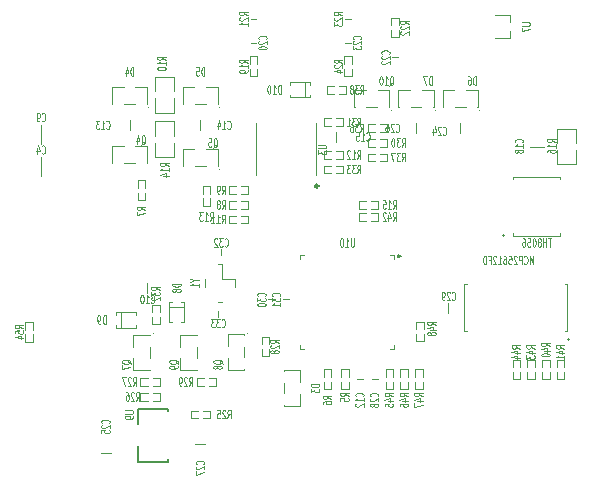
<source format=gbr>
G04 #@! TF.GenerationSoftware,KiCad,Pcbnew,(5.0.0)*
G04 #@! TF.CreationDate,2019-08-11T19:05:01-03:00*
G04 #@! TF.ProjectId,PF_apiner,50465F6170696E65722E6B696361645F,rev?*
G04 #@! TF.SameCoordinates,Original*
G04 #@! TF.FileFunction,Legend,Bot*
G04 #@! TF.FilePolarity,Positive*
%FSLAX46Y46*%
G04 Gerber Fmt 4.6, Leading zero omitted, Abs format (unit mm)*
G04 Created by KiCad (PCBNEW (5.0.0)) date 08/11/19 19:05:01*
%MOMM*%
%LPD*%
G01*
G04 APERTURE LIST*
%ADD10C,0.101600*%
%ADD11C,0.254000*%
%ADD12C,0.127000*%
%ADD13C,0.114300*%
G04 APERTURE END LIST*
D10*
G04 #@! TO.C,Q4*
X89000000Y-50450000D02*
X89050000Y-50450000D01*
X92000000Y-50450000D02*
X91950000Y-50450000D01*
X90950000Y-50450000D02*
X90050000Y-50450000D01*
X92150000Y-50750000D02*
G75*
G03X92150000Y-50750000I-50000J0D01*
G01*
X90000000Y-49050000D02*
X89000000Y-49050000D01*
X92000000Y-49050000D02*
X91000000Y-49050000D01*
X89000000Y-49050000D02*
X89000000Y-50450000D01*
X92000000Y-50450000D02*
X92000000Y-49050000D01*
G04 #@! TO.C,R36*
X110680000Y-47820000D02*
X111300000Y-47820000D01*
X110680000Y-47180000D02*
X110680000Y-47820000D01*
X111300000Y-47180000D02*
X110680000Y-47180000D01*
X112320000Y-47820000D02*
X111700000Y-47820000D01*
X112320000Y-47180000D02*
X112320000Y-47820000D01*
X111700000Y-47180000D02*
X112320000Y-47180000D01*
G04 #@! TO.C,U3*
X101250000Y-51500000D02*
X101250000Y-47100000D01*
X106250000Y-51500000D02*
X106250000Y-47100000D01*
D11*
X106491421Y-52400000D02*
G75*
G03X106491421Y-52400000I-141421J0D01*
G01*
D10*
G04 #@! TO.C,C4*
X83000000Y-49950000D02*
X83000000Y-51550000D01*
G04 #@! TO.C,C9*
X83000000Y-47200000D02*
X83000000Y-48800000D01*
G04 #@! TO.C,C10*
X92000000Y-61425000D02*
X92000000Y-60575000D01*
G04 #@! TO.C,C12*
X109750000Y-68750000D02*
X110250000Y-68750000D01*
G04 #@! TO.C,C13*
X90500000Y-47675000D02*
X90500000Y-46825000D01*
G04 #@! TO.C,C14*
X96500000Y-47675000D02*
X96500000Y-46825000D01*
G04 #@! TO.C,C15*
X108000000Y-48675000D02*
X108000000Y-47825000D01*
G04 #@! TO.C,C18*
X125600000Y-49075000D02*
X124400000Y-49075000D01*
G04 #@! TO.C,C20*
X101250000Y-40250000D02*
X100750000Y-40250000D01*
G04 #@! TO.C,C22*
X112750000Y-41500000D02*
X113250000Y-41500000D01*
G04 #@! TO.C,C23*
X109250000Y-40250000D02*
X108750000Y-40250000D01*
G04 #@! TO.C,C24*
X118500000Y-47925000D02*
X118500000Y-47075000D01*
G04 #@! TO.C,C25*
X88075000Y-75000000D02*
X88925000Y-75000000D01*
G04 #@! TO.C,C26*
X114750000Y-47925000D02*
X114750000Y-47075000D01*
G04 #@! TO.C,C27*
X96075000Y-74250000D02*
X96925000Y-74250000D01*
G04 #@! TO.C,C28*
X111000000Y-68750000D02*
X111500000Y-68750000D01*
G04 #@! TO.C,C29*
X117500000Y-62325000D02*
X117500000Y-63175000D01*
G04 #@! TO.C,C30*
X102250000Y-62000000D02*
X102750000Y-62000000D01*
G04 #@! TO.C,C31*
X103500000Y-62000000D02*
X104000000Y-62000000D01*
G04 #@! TO.C,C32*
X98250000Y-57750000D02*
X98250000Y-58250000D01*
G04 #@! TO.C,C33*
X98000000Y-63500000D02*
X98000000Y-63000000D01*
G04 #@! TO.C,D3*
X103550000Y-68000000D02*
X103550000Y-68050000D01*
X103550000Y-71000000D02*
X103550000Y-70950000D01*
X103550000Y-69950000D02*
X103550000Y-69050000D01*
X103300000Y-71100000D02*
G75*
G03X103300000Y-71100000I-50000J0D01*
G01*
X104950000Y-69000000D02*
X104950000Y-68000000D01*
X104950000Y-71000000D02*
X104950000Y-70000000D01*
X104950000Y-68000000D02*
X103550000Y-68000000D01*
X103550000Y-71000000D02*
X104950000Y-71000000D01*
G04 #@! TO.C,D4*
X89000000Y-45450000D02*
X89050000Y-45450000D01*
X92000000Y-45450000D02*
X91950000Y-45450000D01*
X90950000Y-45450000D02*
X90050000Y-45450000D01*
X92150000Y-45750000D02*
G75*
G03X92150000Y-45750000I-50000J0D01*
G01*
X90000000Y-44050000D02*
X89000000Y-44050000D01*
X92000000Y-44050000D02*
X91000000Y-44050000D01*
X89000000Y-44050000D02*
X89000000Y-45450000D01*
X92000000Y-45450000D02*
X92000000Y-44050000D01*
G04 #@! TO.C,D5*
X95000000Y-45450000D02*
X95050000Y-45450000D01*
X98000000Y-45450000D02*
X97950000Y-45450000D01*
X96950000Y-45450000D02*
X96050000Y-45450000D01*
X98150000Y-45750000D02*
G75*
G03X98150000Y-45750000I-50000J0D01*
G01*
X96000000Y-44050000D02*
X95000000Y-44050000D01*
X98000000Y-44050000D02*
X97000000Y-44050000D01*
X95000000Y-44050000D02*
X95000000Y-45450000D01*
X98000000Y-45450000D02*
X98000000Y-44050000D01*
G04 #@! TO.C,D6*
X117000000Y-45700000D02*
X117050000Y-45700000D01*
X120000000Y-45700000D02*
X119950000Y-45700000D01*
X118950000Y-45700000D02*
X118050000Y-45700000D01*
X120150000Y-46000000D02*
G75*
G03X120150000Y-46000000I-50000J0D01*
G01*
X118000000Y-44300000D02*
X117000000Y-44300000D01*
X120000000Y-44300000D02*
X119000000Y-44300000D01*
X117000000Y-44300000D02*
X117000000Y-45700000D01*
X120000000Y-45700000D02*
X120000000Y-44300000D01*
G04 #@! TO.C,D7*
X113250000Y-45700000D02*
X113300000Y-45700000D01*
X116250000Y-45700000D02*
X116200000Y-45700000D01*
X115200000Y-45700000D02*
X114300000Y-45700000D01*
X116400000Y-46000000D02*
G75*
G03X116400000Y-46000000I-50000J0D01*
G01*
X114250000Y-44300000D02*
X113250000Y-44300000D01*
X116250000Y-44300000D02*
X115250000Y-44300000D01*
X113250000Y-44300000D02*
X113250000Y-45700000D01*
X116250000Y-45700000D02*
X116250000Y-44300000D01*
G04 #@! TO.C,D8*
X93850000Y-63905000D02*
X94100000Y-63905000D01*
X95150000Y-63905000D02*
X94900000Y-63905000D01*
X93850000Y-62205000D02*
X94100000Y-62205000D01*
X95150000Y-62205000D02*
X94900000Y-62205000D01*
X95150000Y-62605000D02*
X93850000Y-62605000D01*
X93850000Y-62205000D02*
X93850000Y-63905000D01*
X95150000Y-63905000D02*
X95150000Y-62205000D01*
G04 #@! TO.C,D9*
X91045000Y-64400000D02*
X91045000Y-64150000D01*
X91045000Y-63100000D02*
X91045000Y-63350000D01*
X89345000Y-64400000D02*
X89345000Y-64150000D01*
X89345000Y-63100000D02*
X89345000Y-63350000D01*
X89745000Y-63100000D02*
X89745000Y-64400000D01*
X89345000Y-64400000D02*
X91045000Y-64400000D01*
X91045000Y-63100000D02*
X89345000Y-63100000D01*
G04 #@! TO.C,D10*
X104095000Y-43600000D02*
X104095000Y-43850000D01*
X104095000Y-44900000D02*
X104095000Y-44650000D01*
X105795000Y-43600000D02*
X105795000Y-43850000D01*
X105795000Y-44900000D02*
X105795000Y-44650000D01*
X105395000Y-44900000D02*
X105395000Y-43600000D01*
X105795000Y-43600000D02*
X104095000Y-43600000D01*
X104095000Y-44900000D02*
X105795000Y-44900000D01*
G04 #@! TO.C,Q5*
X95000000Y-50700000D02*
X95050000Y-50700000D01*
X98000000Y-50700000D02*
X97950000Y-50700000D01*
X96950000Y-50700000D02*
X96050000Y-50700000D01*
X98150000Y-51000000D02*
G75*
G03X98150000Y-51000000I-50000J0D01*
G01*
X96000000Y-49300000D02*
X95000000Y-49300000D01*
X98000000Y-49300000D02*
X97000000Y-49300000D01*
X95000000Y-49300000D02*
X95000000Y-50700000D01*
X98000000Y-50700000D02*
X98000000Y-49300000D01*
G04 #@! TO.C,Q7*
X92200000Y-68000000D02*
X92200000Y-67950000D01*
X92200000Y-65000000D02*
X92200000Y-65050000D01*
X92200000Y-66050000D02*
X92200000Y-66950000D01*
X92550000Y-64900000D02*
G75*
G03X92550000Y-64900000I-50000J0D01*
G01*
X90800000Y-67000000D02*
X90800000Y-68000000D01*
X90800000Y-65000000D02*
X90800000Y-66000000D01*
X90800000Y-68000000D02*
X92200000Y-68000000D01*
X92200000Y-65000000D02*
X90800000Y-65000000D01*
G04 #@! TO.C,Q8*
X100200000Y-67950000D02*
X100200000Y-67900000D01*
X100200000Y-64950000D02*
X100200000Y-65000000D01*
X100200000Y-66000000D02*
X100200000Y-66900000D01*
X100550000Y-64850000D02*
G75*
G03X100550000Y-64850000I-50000J0D01*
G01*
X98800000Y-66950000D02*
X98800000Y-67950000D01*
X98800000Y-64950000D02*
X98800000Y-65950000D01*
X98800000Y-67950000D02*
X100200000Y-67950000D01*
X100200000Y-64950000D02*
X98800000Y-64950000D01*
G04 #@! TO.C,Q9*
X96200000Y-68000000D02*
X96200000Y-67950000D01*
X96200000Y-65000000D02*
X96200000Y-65050000D01*
X96200000Y-66050000D02*
X96200000Y-66950000D01*
X96550000Y-64900000D02*
G75*
G03X96550000Y-64900000I-50000J0D01*
G01*
X94800000Y-67000000D02*
X94800000Y-68000000D01*
X94800000Y-65000000D02*
X94800000Y-66000000D01*
X94800000Y-68000000D02*
X96200000Y-68000000D01*
X96200000Y-65000000D02*
X94800000Y-65000000D01*
G04 #@! TO.C,Q10*
X109500000Y-45700000D02*
X109550000Y-45700000D01*
X112500000Y-45700000D02*
X112450000Y-45700000D01*
X111450000Y-45700000D02*
X110550000Y-45700000D01*
X112650000Y-46000000D02*
G75*
G03X112650000Y-46000000I-50000J0D01*
G01*
X110500000Y-44300000D02*
X109500000Y-44300000D01*
X112500000Y-44300000D02*
X111500000Y-44300000D01*
X109500000Y-44300000D02*
X109500000Y-45700000D01*
X112500000Y-45700000D02*
X112500000Y-44300000D01*
G04 #@! TO.C,R5*
X109070000Y-69570000D02*
X109070000Y-68950000D01*
X108430000Y-69570000D02*
X109070000Y-69570000D01*
X108430000Y-68950000D02*
X108430000Y-69570000D01*
X109070000Y-67930000D02*
X109070000Y-68550000D01*
X108430000Y-67930000D02*
X109070000Y-67930000D01*
X108430000Y-68550000D02*
X108430000Y-67930000D01*
G04 #@! TO.C,R6*
X107570000Y-69570000D02*
X107570000Y-68950000D01*
X106930000Y-69570000D02*
X107570000Y-69570000D01*
X106930000Y-68950000D02*
X106930000Y-69570000D01*
X107570000Y-67930000D02*
X107570000Y-68550000D01*
X106930000Y-67930000D02*
X107570000Y-67930000D01*
X106930000Y-68550000D02*
X106930000Y-67930000D01*
G04 #@! TO.C,R7*
X91180000Y-51930000D02*
X91180000Y-52550000D01*
X91820000Y-51930000D02*
X91180000Y-51930000D01*
X91820000Y-52550000D02*
X91820000Y-51930000D01*
X91180000Y-53570000D02*
X91180000Y-52950000D01*
X91820000Y-53570000D02*
X91180000Y-53570000D01*
X91820000Y-52950000D02*
X91820000Y-53570000D01*
G04 #@! TO.C,R8*
X98930000Y-54320000D02*
X99550000Y-54320000D01*
X98930000Y-53680000D02*
X98930000Y-54320000D01*
X99550000Y-53680000D02*
X98930000Y-53680000D01*
X100570000Y-54320000D02*
X99950000Y-54320000D01*
X100570000Y-53680000D02*
X100570000Y-54320000D01*
X99950000Y-53680000D02*
X100570000Y-53680000D01*
G04 #@! TO.C,R9*
X100570000Y-52430000D02*
X99950000Y-52430000D01*
X100570000Y-53070000D02*
X100570000Y-52430000D01*
X99950000Y-53070000D02*
X100570000Y-53070000D01*
X98930000Y-52430000D02*
X99550000Y-52430000D01*
X98930000Y-53070000D02*
X98930000Y-52430000D01*
X99550000Y-53070000D02*
X98930000Y-53070000D01*
G04 #@! TO.C,R10*
X92700000Y-46175000D02*
X92700000Y-44975000D01*
X94300000Y-46175000D02*
X92700000Y-46175000D01*
X94300000Y-44975000D02*
X94300000Y-46175000D01*
X94300000Y-44375000D02*
X94300000Y-43175000D01*
X92700000Y-43175000D02*
X94300000Y-43175000D01*
X92700000Y-44375000D02*
X92700000Y-43175000D01*
G04 #@! TO.C,R11*
X100570000Y-54930000D02*
X99950000Y-54930000D01*
X100570000Y-55570000D02*
X100570000Y-54930000D01*
X99950000Y-55570000D02*
X100570000Y-55570000D01*
X98930000Y-54930000D02*
X99550000Y-54930000D01*
X98930000Y-55570000D02*
X98930000Y-54930000D01*
X99550000Y-55570000D02*
X98930000Y-55570000D01*
G04 #@! TO.C,R12*
X108570000Y-49430000D02*
X107950000Y-49430000D01*
X108570000Y-50070000D02*
X108570000Y-49430000D01*
X107950000Y-50070000D02*
X108570000Y-50070000D01*
X106930000Y-49430000D02*
X107550000Y-49430000D01*
X106930000Y-50070000D02*
X106930000Y-49430000D01*
X107550000Y-50070000D02*
X106930000Y-50070000D01*
G04 #@! TO.C,R13*
X96680000Y-52430000D02*
X96680000Y-53050000D01*
X97320000Y-52430000D02*
X96680000Y-52430000D01*
X97320000Y-53050000D02*
X97320000Y-52430000D01*
X96680000Y-54070000D02*
X96680000Y-53450000D01*
X97320000Y-54070000D02*
X96680000Y-54070000D01*
X97320000Y-53450000D02*
X97320000Y-54070000D01*
G04 #@! TO.C,R14*
X92700000Y-49925000D02*
X92700000Y-48725000D01*
X94300000Y-49925000D02*
X92700000Y-49925000D01*
X94300000Y-48725000D02*
X94300000Y-49925000D01*
X94300000Y-48125000D02*
X94300000Y-46925000D01*
X92700000Y-46925000D02*
X94300000Y-46925000D01*
X92700000Y-48125000D02*
X92700000Y-46925000D01*
G04 #@! TO.C,R15*
X109930000Y-54320000D02*
X110550000Y-54320000D01*
X109930000Y-53680000D02*
X109930000Y-54320000D01*
X110550000Y-53680000D02*
X109930000Y-53680000D01*
X111570000Y-54320000D02*
X110950000Y-54320000D01*
X111570000Y-53680000D02*
X111570000Y-54320000D01*
X110950000Y-53680000D02*
X111570000Y-53680000D01*
G04 #@! TO.C,R16*
X128300000Y-47575000D02*
X128300000Y-48775000D01*
X126700000Y-47575000D02*
X128300000Y-47575000D01*
X126700000Y-48775000D02*
X126700000Y-47575000D01*
X126700000Y-49375000D02*
X126700000Y-50575000D01*
X128300000Y-50575000D02*
X126700000Y-50575000D01*
X128300000Y-49375000D02*
X128300000Y-50575000D01*
G04 #@! TO.C,R19*
X101320000Y-43070000D02*
X101320000Y-42450000D01*
X100680000Y-43070000D02*
X101320000Y-43070000D01*
X100680000Y-42450000D02*
X100680000Y-43070000D01*
X101320000Y-41430000D02*
X101320000Y-42050000D01*
X100680000Y-41430000D02*
X101320000Y-41430000D01*
X100680000Y-42050000D02*
X100680000Y-41430000D01*
G04 #@! TO.C,R21*
X100750000Y-38250000D02*
X101250000Y-38250000D01*
G04 #@! TO.C,R22*
X112680000Y-38180000D02*
X112680000Y-38800000D01*
X113320000Y-38180000D02*
X112680000Y-38180000D01*
X113320000Y-38800000D02*
X113320000Y-38180000D01*
X112680000Y-39820000D02*
X112680000Y-39200000D01*
X113320000Y-39820000D02*
X112680000Y-39820000D01*
X113320000Y-39200000D02*
X113320000Y-39820000D01*
G04 #@! TO.C,R23*
X108750000Y-38250000D02*
X109250000Y-38250000D01*
G04 #@! TO.C,R24*
X109320000Y-43070000D02*
X109320000Y-42450000D01*
X108680000Y-43070000D02*
X109320000Y-43070000D01*
X108680000Y-42450000D02*
X108680000Y-43070000D01*
X109320000Y-41430000D02*
X109320000Y-42050000D01*
X108680000Y-41430000D02*
X109320000Y-41430000D01*
X108680000Y-42050000D02*
X108680000Y-41430000D01*
G04 #@! TO.C,R25*
X97320000Y-71430000D02*
X96700000Y-71430000D01*
X97320000Y-72070000D02*
X97320000Y-71430000D01*
X96700000Y-72070000D02*
X97320000Y-72070000D01*
X95680000Y-71430000D02*
X96300000Y-71430000D01*
X95680000Y-72070000D02*
X95680000Y-71430000D01*
X96300000Y-72070000D02*
X95680000Y-72070000D01*
G04 #@! TO.C,R26*
X93070000Y-69930000D02*
X92450000Y-69930000D01*
X93070000Y-70570000D02*
X93070000Y-69930000D01*
X92450000Y-70570000D02*
X93070000Y-70570000D01*
X91430000Y-69930000D02*
X92050000Y-69930000D01*
X91430000Y-70570000D02*
X91430000Y-69930000D01*
X92050000Y-70570000D02*
X91430000Y-70570000D01*
G04 #@! TO.C,R27*
X91430000Y-69320000D02*
X92050000Y-69320000D01*
X91430000Y-68680000D02*
X91430000Y-69320000D01*
X92050000Y-68680000D02*
X91430000Y-68680000D01*
X93070000Y-69320000D02*
X92450000Y-69320000D01*
X93070000Y-68680000D02*
X93070000Y-69320000D01*
X92450000Y-68680000D02*
X93070000Y-68680000D01*
G04 #@! TO.C,R28*
X101680000Y-65180000D02*
X101680000Y-65800000D01*
X102320000Y-65180000D02*
X101680000Y-65180000D01*
X102320000Y-65800000D02*
X102320000Y-65180000D01*
X101680000Y-66820000D02*
X101680000Y-66200000D01*
X102320000Y-66820000D02*
X101680000Y-66820000D01*
X102320000Y-66200000D02*
X102320000Y-66820000D01*
G04 #@! TO.C,R29*
X96180000Y-69320000D02*
X96800000Y-69320000D01*
X96180000Y-68680000D02*
X96180000Y-69320000D01*
X96800000Y-68680000D02*
X96180000Y-68680000D01*
X97820000Y-69320000D02*
X97200000Y-69320000D01*
X97820000Y-68680000D02*
X97820000Y-69320000D01*
X97200000Y-68680000D02*
X97820000Y-68680000D01*
G04 #@! TO.C,R30*
X110680000Y-49070000D02*
X111300000Y-49070000D01*
X110680000Y-48430000D02*
X110680000Y-49070000D01*
X111300000Y-48430000D02*
X110680000Y-48430000D01*
X112320000Y-49070000D02*
X111700000Y-49070000D01*
X112320000Y-48430000D02*
X112320000Y-49070000D01*
X111700000Y-48430000D02*
X112320000Y-48430000D01*
G04 #@! TO.C,R31*
X106930000Y-47320000D02*
X107550000Y-47320000D01*
X106930000Y-46680000D02*
X106930000Y-47320000D01*
X107550000Y-46680000D02*
X106930000Y-46680000D01*
X108570000Y-47320000D02*
X107950000Y-47320000D01*
X108570000Y-46680000D02*
X108570000Y-47320000D01*
X107950000Y-46680000D02*
X108570000Y-46680000D01*
G04 #@! TO.C,R32*
X92430000Y-62430000D02*
X92430000Y-63050000D01*
X93070000Y-62430000D02*
X92430000Y-62430000D01*
X93070000Y-63050000D02*
X93070000Y-62430000D01*
X92430000Y-64070000D02*
X92430000Y-63450000D01*
X93070000Y-64070000D02*
X92430000Y-64070000D01*
X93070000Y-63450000D02*
X93070000Y-64070000D01*
G04 #@! TO.C,R33*
X108570000Y-50680000D02*
X107950000Y-50680000D01*
X108570000Y-51320000D02*
X108570000Y-50680000D01*
X107950000Y-51320000D02*
X108570000Y-51320000D01*
X106930000Y-50680000D02*
X107550000Y-50680000D01*
X106930000Y-51320000D02*
X106930000Y-50680000D01*
X107550000Y-51320000D02*
X106930000Y-51320000D01*
G04 #@! TO.C,R37*
X110680000Y-50320000D02*
X111300000Y-50320000D01*
X110680000Y-49680000D02*
X110680000Y-50320000D01*
X111300000Y-49680000D02*
X110680000Y-49680000D01*
X112320000Y-50320000D02*
X111700000Y-50320000D01*
X112320000Y-49680000D02*
X112320000Y-50320000D01*
X111700000Y-49680000D02*
X112320000Y-49680000D01*
G04 #@! TO.C,R38*
X107180000Y-44570000D02*
X107800000Y-44570000D01*
X107180000Y-43930000D02*
X107180000Y-44570000D01*
X107800000Y-43930000D02*
X107180000Y-43930000D01*
X108820000Y-44570000D02*
X108200000Y-44570000D01*
X108820000Y-43930000D02*
X108820000Y-44570000D01*
X108200000Y-43930000D02*
X108820000Y-43930000D01*
G04 #@! TO.C,R40*
X125430000Y-67130000D02*
X125430000Y-67750000D01*
X126070000Y-67130000D02*
X125430000Y-67130000D01*
X126070000Y-67750000D02*
X126070000Y-67130000D01*
X125430000Y-68770000D02*
X125430000Y-68150000D01*
X126070000Y-68770000D02*
X125430000Y-68770000D01*
X126070000Y-68150000D02*
X126070000Y-68770000D01*
G04 #@! TO.C,R41*
X127313226Y-68770000D02*
X127313226Y-68150000D01*
X126673226Y-68770000D02*
X127313226Y-68770000D01*
X126673226Y-68150000D02*
X126673226Y-68770000D01*
X127313226Y-67130000D02*
X127313226Y-67750000D01*
X126673226Y-67130000D02*
X127313226Y-67130000D01*
X126673226Y-67750000D02*
X126673226Y-67130000D01*
G04 #@! TO.C,R42*
X109930000Y-55320000D02*
X110550000Y-55320000D01*
X109930000Y-54680000D02*
X109930000Y-55320000D01*
X110550000Y-54680000D02*
X109930000Y-54680000D01*
X111570000Y-55320000D02*
X110950000Y-55320000D01*
X111570000Y-54680000D02*
X111570000Y-55320000D01*
X110950000Y-54680000D02*
X111570000Y-54680000D01*
G04 #@! TO.C,R43*
X124180000Y-67130000D02*
X124180000Y-67750000D01*
X124820000Y-67130000D02*
X124180000Y-67130000D01*
X124820000Y-67750000D02*
X124820000Y-67130000D01*
X124180000Y-68770000D02*
X124180000Y-68150000D01*
X124820000Y-68770000D02*
X124180000Y-68770000D01*
X124820000Y-68150000D02*
X124820000Y-68770000D01*
G04 #@! TO.C,R44*
X123570000Y-68770000D02*
X123570000Y-68150000D01*
X122930000Y-68770000D02*
X123570000Y-68770000D01*
X122930000Y-68150000D02*
X122930000Y-68770000D01*
X123570000Y-67130000D02*
X123570000Y-67750000D01*
X122930000Y-67130000D02*
X123570000Y-67130000D01*
X122930000Y-67750000D02*
X122930000Y-67130000D01*
G04 #@! TO.C,R45*
X112180000Y-67930000D02*
X112180000Y-68550000D01*
X112820000Y-67930000D02*
X112180000Y-67930000D01*
X112820000Y-68550000D02*
X112820000Y-67930000D01*
X112180000Y-69570000D02*
X112180000Y-68950000D01*
X112820000Y-69570000D02*
X112180000Y-69570000D01*
X112820000Y-68950000D02*
X112820000Y-69570000D01*
G04 #@! TO.C,R46*
X113430000Y-67930000D02*
X113430000Y-68550000D01*
X114070000Y-67930000D02*
X113430000Y-67930000D01*
X114070000Y-68550000D02*
X114070000Y-67930000D01*
X113430000Y-69570000D02*
X113430000Y-68950000D01*
X114070000Y-69570000D02*
X113430000Y-69570000D01*
X114070000Y-68950000D02*
X114070000Y-69570000D01*
G04 #@! TO.C,R47*
X114680000Y-67930000D02*
X114680000Y-68550000D01*
X115320000Y-67930000D02*
X114680000Y-67930000D01*
X115320000Y-68550000D02*
X115320000Y-67930000D01*
X114680000Y-69570000D02*
X114680000Y-68950000D01*
X115320000Y-69570000D02*
X114680000Y-69570000D01*
X115320000Y-68950000D02*
X115320000Y-69570000D01*
G04 #@! TO.C,R48*
X114780000Y-63880000D02*
X114780000Y-64500000D01*
X115420000Y-63880000D02*
X114780000Y-63880000D01*
X115420000Y-64500000D02*
X115420000Y-63880000D01*
X114780000Y-65520000D02*
X114780000Y-64900000D01*
X115420000Y-65520000D02*
X114780000Y-65520000D01*
X115420000Y-64900000D02*
X115420000Y-65520000D01*
G04 #@! TO.C,U4*
X118845000Y-60700000D02*
X119045000Y-60700000D01*
X118845000Y-64700000D02*
X119045000Y-64700000D01*
X127575000Y-64700000D02*
X127375000Y-64700000D01*
X127575000Y-60700000D02*
X127375000Y-60700000D01*
X127775000Y-65400000D02*
G75*
G03X127775000Y-65400000I-100000J0D01*
G01*
X127725000Y-65400000D02*
G75*
G03X127725000Y-65400000I-50000J0D01*
G01*
X118845000Y-60700000D02*
X118845000Y-64700000D01*
X127575000Y-64700000D02*
X127575000Y-60700000D01*
G04 #@! TO.C,U5*
X122950000Y-56615000D02*
X122950000Y-56415000D01*
X122950000Y-51615000D02*
X122950000Y-51815000D01*
X126950000Y-51615000D02*
X126950000Y-51815000D01*
X126950000Y-56615000D02*
X126950000Y-56415000D01*
X122255912Y-56615000D02*
G75*
G03X122255912Y-56615000I-80512J0D01*
G01*
X126950000Y-56615000D02*
X122950000Y-56615000D01*
X122950000Y-51615000D02*
X126950000Y-51615000D01*
G04 #@! TO.C,U7*
X121050000Y-39950000D02*
G75*
G03X121050000Y-39950000I-50000J0D01*
G01*
X122725000Y-39900000D02*
X121475000Y-39900000D01*
X122725000Y-39250000D02*
X122725000Y-39900000D01*
X122725000Y-37900000D02*
X121475000Y-37900000D01*
X122725000Y-37900000D02*
X122725000Y-38550000D01*
D12*
G04 #@! TO.C,U9*
X91237500Y-71250000D02*
X91237500Y-72550000D01*
X93737500Y-71450000D02*
X93737500Y-71250000D01*
X93737500Y-71250000D02*
X91237500Y-71250000D01*
X91237500Y-74450000D02*
X91237500Y-75750000D01*
X91237500Y-75750000D02*
X93737500Y-75750000D01*
X93737500Y-75750000D02*
X93737500Y-75550000D01*
D10*
G04 #@! TO.C,U10*
X104925000Y-58225000D02*
X105275000Y-58225000D01*
X104925000Y-66225000D02*
X105275000Y-66225000D01*
X112925000Y-66225000D02*
X112575000Y-66225000D01*
X112925000Y-58225000D02*
X112575000Y-58225000D01*
X104925000Y-66225000D02*
X104925000Y-65875000D01*
X112925000Y-66225000D02*
X112925000Y-65875000D01*
X104925000Y-58225000D02*
X104925000Y-58575000D01*
X112925000Y-58225000D02*
X112925000Y-58575000D01*
D11*
X113425000Y-58325000D02*
G75*
G03X113425000Y-58325000I-100000J0D01*
G01*
D10*
G04 #@! TO.C,Y1*
X96900000Y-60250000D02*
X96900000Y-60950000D01*
X97950000Y-62200000D02*
X98350000Y-62200000D01*
X99400000Y-60250000D02*
X99400000Y-60950000D01*
X97950000Y-59000000D02*
X98350000Y-59000000D01*
X96900000Y-60250000D02*
X96900000Y-60250000D01*
X98350000Y-59000000D02*
X98350000Y-60250000D01*
X98350000Y-60250000D02*
X99400000Y-60250000D01*
X99400000Y-60250000D02*
X99400000Y-60250000D01*
G04 #@! TO.C,R54*
X82320000Y-65570000D02*
X82320000Y-64950000D01*
X81680000Y-65570000D02*
X82320000Y-65570000D01*
X81680000Y-64950000D02*
X81680000Y-65570000D01*
X82320000Y-63930000D02*
X82320000Y-64550000D01*
X81680000Y-63930000D02*
X82320000Y-63930000D01*
X81680000Y-64550000D02*
X81680000Y-63930000D01*
G04 #@! TO.C,Q4*
D13*
X91493542Y-48889466D02*
X91537085Y-48855600D01*
X91580628Y-48787866D01*
X91645942Y-48686266D01*
X91689485Y-48652400D01*
X91733028Y-48652400D01*
X91711257Y-48821733D02*
X91754800Y-48787866D01*
X91798342Y-48720133D01*
X91820114Y-48584666D01*
X91820114Y-48347600D01*
X91798342Y-48212133D01*
X91754800Y-48144400D01*
X91711257Y-48110533D01*
X91624171Y-48110533D01*
X91580628Y-48144400D01*
X91537085Y-48212133D01*
X91515314Y-48347600D01*
X91515314Y-48584666D01*
X91537085Y-48720133D01*
X91580628Y-48787866D01*
X91624171Y-48821733D01*
X91711257Y-48821733D01*
X91123428Y-48347600D02*
X91123428Y-48821733D01*
X91232285Y-48076666D02*
X91341142Y-48584666D01*
X91058114Y-48584666D01*
G04 #@! TO.C,R36*
D10*
X110043914Y-47821733D02*
X110196314Y-47483066D01*
X110305171Y-47821733D02*
X110305171Y-47110533D01*
X110131000Y-47110533D01*
X110087457Y-47144400D01*
X110065685Y-47178266D01*
X110043914Y-47246000D01*
X110043914Y-47347600D01*
X110065685Y-47415333D01*
X110087457Y-47449200D01*
X110131000Y-47483066D01*
X110305171Y-47483066D01*
X109891514Y-47110533D02*
X109608485Y-47110533D01*
X109760885Y-47381466D01*
X109695571Y-47381466D01*
X109652028Y-47415333D01*
X109630257Y-47449200D01*
X109608485Y-47516933D01*
X109608485Y-47686266D01*
X109630257Y-47754000D01*
X109652028Y-47787866D01*
X109695571Y-47821733D01*
X109826200Y-47821733D01*
X109869742Y-47787866D01*
X109891514Y-47754000D01*
X109216600Y-47110533D02*
X109303685Y-47110533D01*
X109347228Y-47144400D01*
X109369000Y-47178266D01*
X109412542Y-47279866D01*
X109434314Y-47415333D01*
X109434314Y-47686266D01*
X109412542Y-47754000D01*
X109390771Y-47787866D01*
X109347228Y-47821733D01*
X109260142Y-47821733D01*
X109216600Y-47787866D01*
X109194828Y-47754000D01*
X109173057Y-47686266D01*
X109173057Y-47516933D01*
X109194828Y-47449200D01*
X109216600Y-47415333D01*
X109260142Y-47381466D01*
X109347228Y-47381466D01*
X109390771Y-47415333D01*
X109412542Y-47449200D01*
X109434314Y-47516933D01*
G04 #@! TO.C,U3*
D13*
X106460533Y-48951657D02*
X107036266Y-48951657D01*
X107104000Y-48973428D01*
X107137866Y-48995200D01*
X107171733Y-49038742D01*
X107171733Y-49125828D01*
X107137866Y-49169371D01*
X107104000Y-49191142D01*
X107036266Y-49212914D01*
X106460533Y-49212914D01*
X106460533Y-49387085D02*
X106460533Y-49670114D01*
X106731466Y-49517714D01*
X106731466Y-49583028D01*
X106765333Y-49626571D01*
X106799200Y-49648342D01*
X106866933Y-49670114D01*
X107036266Y-49670114D01*
X107104000Y-49648342D01*
X107137866Y-49626571D01*
X107171733Y-49583028D01*
X107171733Y-49452400D01*
X107137866Y-49408857D01*
X107104000Y-49387085D01*
G04 #@! TO.C,C4*
D10*
X83076200Y-49604000D02*
X83097971Y-49637866D01*
X83163285Y-49671733D01*
X83206828Y-49671733D01*
X83272142Y-49637866D01*
X83315685Y-49570133D01*
X83337457Y-49502400D01*
X83359228Y-49366933D01*
X83359228Y-49265333D01*
X83337457Y-49129866D01*
X83315685Y-49062133D01*
X83272142Y-48994400D01*
X83206828Y-48960533D01*
X83163285Y-48960533D01*
X83097971Y-48994400D01*
X83076200Y-49028266D01*
X82684314Y-49197600D02*
X82684314Y-49671733D01*
X82793171Y-48926666D02*
X82902028Y-49434666D01*
X82619000Y-49434666D01*
G04 #@! TO.C,C9*
X83076200Y-46854000D02*
X83097971Y-46887866D01*
X83163285Y-46921733D01*
X83206828Y-46921733D01*
X83272142Y-46887866D01*
X83315685Y-46820133D01*
X83337457Y-46752400D01*
X83359228Y-46616933D01*
X83359228Y-46515333D01*
X83337457Y-46379866D01*
X83315685Y-46312133D01*
X83272142Y-46244400D01*
X83206828Y-46210533D01*
X83163285Y-46210533D01*
X83097971Y-46244400D01*
X83076200Y-46278266D01*
X82858485Y-46921733D02*
X82771400Y-46921733D01*
X82727857Y-46887866D01*
X82706085Y-46854000D01*
X82662542Y-46752400D01*
X82640771Y-46616933D01*
X82640771Y-46346000D01*
X82662542Y-46278266D01*
X82684314Y-46244400D01*
X82727857Y-46210533D01*
X82814942Y-46210533D01*
X82858485Y-46244400D01*
X82880257Y-46278266D01*
X82902028Y-46346000D01*
X82902028Y-46515333D01*
X82880257Y-46583066D01*
X82858485Y-46616933D01*
X82814942Y-46650800D01*
X82727857Y-46650800D01*
X82684314Y-46616933D01*
X82662542Y-46583066D01*
X82640771Y-46515333D01*
G04 #@! TO.C,C10*
X92293914Y-62254000D02*
X92315685Y-62287866D01*
X92381000Y-62321733D01*
X92424542Y-62321733D01*
X92489857Y-62287866D01*
X92533400Y-62220133D01*
X92555171Y-62152400D01*
X92576942Y-62016933D01*
X92576942Y-61915333D01*
X92555171Y-61779866D01*
X92533400Y-61712133D01*
X92489857Y-61644400D01*
X92424542Y-61610533D01*
X92381000Y-61610533D01*
X92315685Y-61644400D01*
X92293914Y-61678266D01*
X91858485Y-62321733D02*
X92119742Y-62321733D01*
X91989114Y-62321733D02*
X91989114Y-61610533D01*
X92032657Y-61712133D01*
X92076200Y-61779866D01*
X92119742Y-61813733D01*
X91575457Y-61610533D02*
X91531914Y-61610533D01*
X91488371Y-61644400D01*
X91466600Y-61678266D01*
X91444828Y-61746000D01*
X91423057Y-61881466D01*
X91423057Y-62050800D01*
X91444828Y-62186266D01*
X91466600Y-62254000D01*
X91488371Y-62287866D01*
X91531914Y-62321733D01*
X91575457Y-62321733D01*
X91619000Y-62287866D01*
X91640771Y-62254000D01*
X91662542Y-62186266D01*
X91684314Y-62050800D01*
X91684314Y-61881466D01*
X91662542Y-61746000D01*
X91640771Y-61678266D01*
X91619000Y-61644400D01*
X91575457Y-61610533D01*
G04 #@! TO.C,C12*
X110254000Y-70206085D02*
X110287866Y-70184314D01*
X110321733Y-70119000D01*
X110321733Y-70075457D01*
X110287866Y-70010142D01*
X110220133Y-69966600D01*
X110152400Y-69944828D01*
X110016933Y-69923057D01*
X109915333Y-69923057D01*
X109779866Y-69944828D01*
X109712133Y-69966600D01*
X109644400Y-70010142D01*
X109610533Y-70075457D01*
X109610533Y-70119000D01*
X109644400Y-70184314D01*
X109678266Y-70206085D01*
X110321733Y-70641514D02*
X110321733Y-70380257D01*
X110321733Y-70510885D02*
X109610533Y-70510885D01*
X109712133Y-70467342D01*
X109779866Y-70423800D01*
X109813733Y-70380257D01*
X109678266Y-70815685D02*
X109644400Y-70837457D01*
X109610533Y-70881000D01*
X109610533Y-70989857D01*
X109644400Y-71033400D01*
X109678266Y-71055171D01*
X109746000Y-71076942D01*
X109813733Y-71076942D01*
X109915333Y-71055171D01*
X110321733Y-70793914D01*
X110321733Y-71076942D01*
G04 #@! TO.C,C13*
X88543914Y-47504000D02*
X88565685Y-47537866D01*
X88631000Y-47571733D01*
X88674542Y-47571733D01*
X88739857Y-47537866D01*
X88783400Y-47470133D01*
X88805171Y-47402400D01*
X88826942Y-47266933D01*
X88826942Y-47165333D01*
X88805171Y-47029866D01*
X88783400Y-46962133D01*
X88739857Y-46894400D01*
X88674542Y-46860533D01*
X88631000Y-46860533D01*
X88565685Y-46894400D01*
X88543914Y-46928266D01*
X88108485Y-47571733D02*
X88369742Y-47571733D01*
X88239114Y-47571733D02*
X88239114Y-46860533D01*
X88282657Y-46962133D01*
X88326200Y-47029866D01*
X88369742Y-47063733D01*
X87956085Y-46860533D02*
X87673057Y-46860533D01*
X87825457Y-47131466D01*
X87760142Y-47131466D01*
X87716600Y-47165333D01*
X87694828Y-47199200D01*
X87673057Y-47266933D01*
X87673057Y-47436266D01*
X87694828Y-47504000D01*
X87716600Y-47537866D01*
X87760142Y-47571733D01*
X87890771Y-47571733D01*
X87934314Y-47537866D01*
X87956085Y-47504000D01*
G04 #@! TO.C,C14*
X98793914Y-47504000D02*
X98815685Y-47537866D01*
X98881000Y-47571733D01*
X98924542Y-47571733D01*
X98989857Y-47537866D01*
X99033400Y-47470133D01*
X99055171Y-47402400D01*
X99076942Y-47266933D01*
X99076942Y-47165333D01*
X99055171Y-47029866D01*
X99033400Y-46962133D01*
X98989857Y-46894400D01*
X98924542Y-46860533D01*
X98881000Y-46860533D01*
X98815685Y-46894400D01*
X98793914Y-46928266D01*
X98358485Y-47571733D02*
X98619742Y-47571733D01*
X98489114Y-47571733D02*
X98489114Y-46860533D01*
X98532657Y-46962133D01*
X98576200Y-47029866D01*
X98619742Y-47063733D01*
X97966600Y-47097600D02*
X97966600Y-47571733D01*
X98075457Y-46826666D02*
X98184314Y-47334666D01*
X97901285Y-47334666D01*
G04 #@! TO.C,C15*
X110543914Y-48504000D02*
X110565685Y-48537866D01*
X110631000Y-48571733D01*
X110674542Y-48571733D01*
X110739857Y-48537866D01*
X110783400Y-48470133D01*
X110805171Y-48402400D01*
X110826942Y-48266933D01*
X110826942Y-48165333D01*
X110805171Y-48029866D01*
X110783400Y-47962133D01*
X110739857Y-47894400D01*
X110674542Y-47860533D01*
X110631000Y-47860533D01*
X110565685Y-47894400D01*
X110543914Y-47928266D01*
X110108485Y-48571733D02*
X110369742Y-48571733D01*
X110239114Y-48571733D02*
X110239114Y-47860533D01*
X110282657Y-47962133D01*
X110326200Y-48029866D01*
X110369742Y-48063733D01*
X109694828Y-47860533D02*
X109912542Y-47860533D01*
X109934314Y-48199200D01*
X109912542Y-48165333D01*
X109869000Y-48131466D01*
X109760142Y-48131466D01*
X109716600Y-48165333D01*
X109694828Y-48199200D01*
X109673057Y-48266933D01*
X109673057Y-48436266D01*
X109694828Y-48504000D01*
X109716600Y-48537866D01*
X109760142Y-48571733D01*
X109869000Y-48571733D01*
X109912542Y-48537866D01*
X109934314Y-48504000D01*
G04 #@! TO.C,C18*
X123754000Y-48706085D02*
X123787866Y-48684314D01*
X123821733Y-48619000D01*
X123821733Y-48575457D01*
X123787866Y-48510142D01*
X123720133Y-48466600D01*
X123652400Y-48444828D01*
X123516933Y-48423057D01*
X123415333Y-48423057D01*
X123279866Y-48444828D01*
X123212133Y-48466600D01*
X123144400Y-48510142D01*
X123110533Y-48575457D01*
X123110533Y-48619000D01*
X123144400Y-48684314D01*
X123178266Y-48706085D01*
X123821733Y-49141514D02*
X123821733Y-48880257D01*
X123821733Y-49010885D02*
X123110533Y-49010885D01*
X123212133Y-48967342D01*
X123279866Y-48923800D01*
X123313733Y-48880257D01*
X123415333Y-49402771D02*
X123381466Y-49359228D01*
X123347600Y-49337457D01*
X123279866Y-49315685D01*
X123246000Y-49315685D01*
X123178266Y-49337457D01*
X123144400Y-49359228D01*
X123110533Y-49402771D01*
X123110533Y-49489857D01*
X123144400Y-49533400D01*
X123178266Y-49555171D01*
X123246000Y-49576942D01*
X123279866Y-49576942D01*
X123347600Y-49555171D01*
X123381466Y-49533400D01*
X123415333Y-49489857D01*
X123415333Y-49402771D01*
X123449200Y-49359228D01*
X123483066Y-49337457D01*
X123550800Y-49315685D01*
X123686266Y-49315685D01*
X123754000Y-49337457D01*
X123787866Y-49359228D01*
X123821733Y-49402771D01*
X123821733Y-49489857D01*
X123787866Y-49533400D01*
X123754000Y-49555171D01*
X123686266Y-49576942D01*
X123550800Y-49576942D01*
X123483066Y-49555171D01*
X123449200Y-49533400D01*
X123415333Y-49489857D01*
G04 #@! TO.C,C20*
X102054000Y-39956085D02*
X102087866Y-39934314D01*
X102121733Y-39869000D01*
X102121733Y-39825457D01*
X102087866Y-39760142D01*
X102020133Y-39716600D01*
X101952400Y-39694828D01*
X101816933Y-39673057D01*
X101715333Y-39673057D01*
X101579866Y-39694828D01*
X101512133Y-39716600D01*
X101444400Y-39760142D01*
X101410533Y-39825457D01*
X101410533Y-39869000D01*
X101444400Y-39934314D01*
X101478266Y-39956085D01*
X101478266Y-40130257D02*
X101444400Y-40152028D01*
X101410533Y-40195571D01*
X101410533Y-40304428D01*
X101444400Y-40347971D01*
X101478266Y-40369742D01*
X101546000Y-40391514D01*
X101613733Y-40391514D01*
X101715333Y-40369742D01*
X102121733Y-40108485D01*
X102121733Y-40391514D01*
X101410533Y-40674542D02*
X101410533Y-40718085D01*
X101444400Y-40761628D01*
X101478266Y-40783400D01*
X101546000Y-40805171D01*
X101681466Y-40826942D01*
X101850800Y-40826942D01*
X101986266Y-40805171D01*
X102054000Y-40783400D01*
X102087866Y-40761628D01*
X102121733Y-40718085D01*
X102121733Y-40674542D01*
X102087866Y-40631000D01*
X102054000Y-40609228D01*
X101986266Y-40587457D01*
X101850800Y-40565685D01*
X101681466Y-40565685D01*
X101546000Y-40587457D01*
X101478266Y-40609228D01*
X101444400Y-40631000D01*
X101410533Y-40674542D01*
G04 #@! TO.C,C22*
X112454000Y-41206085D02*
X112487866Y-41184314D01*
X112521733Y-41119000D01*
X112521733Y-41075457D01*
X112487866Y-41010142D01*
X112420133Y-40966600D01*
X112352400Y-40944828D01*
X112216933Y-40923057D01*
X112115333Y-40923057D01*
X111979866Y-40944828D01*
X111912133Y-40966600D01*
X111844400Y-41010142D01*
X111810533Y-41075457D01*
X111810533Y-41119000D01*
X111844400Y-41184314D01*
X111878266Y-41206085D01*
X111878266Y-41380257D02*
X111844400Y-41402028D01*
X111810533Y-41445571D01*
X111810533Y-41554428D01*
X111844400Y-41597971D01*
X111878266Y-41619742D01*
X111946000Y-41641514D01*
X112013733Y-41641514D01*
X112115333Y-41619742D01*
X112521733Y-41358485D01*
X112521733Y-41641514D01*
X111878266Y-41815685D02*
X111844400Y-41837457D01*
X111810533Y-41881000D01*
X111810533Y-41989857D01*
X111844400Y-42033400D01*
X111878266Y-42055171D01*
X111946000Y-42076942D01*
X112013733Y-42076942D01*
X112115333Y-42055171D01*
X112521733Y-41793914D01*
X112521733Y-42076942D01*
G04 #@! TO.C,C23*
X110054000Y-39956085D02*
X110087866Y-39934314D01*
X110121733Y-39869000D01*
X110121733Y-39825457D01*
X110087866Y-39760142D01*
X110020133Y-39716600D01*
X109952400Y-39694828D01*
X109816933Y-39673057D01*
X109715333Y-39673057D01*
X109579866Y-39694828D01*
X109512133Y-39716600D01*
X109444400Y-39760142D01*
X109410533Y-39825457D01*
X109410533Y-39869000D01*
X109444400Y-39934314D01*
X109478266Y-39956085D01*
X109478266Y-40130257D02*
X109444400Y-40152028D01*
X109410533Y-40195571D01*
X109410533Y-40304428D01*
X109444400Y-40347971D01*
X109478266Y-40369742D01*
X109546000Y-40391514D01*
X109613733Y-40391514D01*
X109715333Y-40369742D01*
X110121733Y-40108485D01*
X110121733Y-40391514D01*
X109410533Y-40543914D02*
X109410533Y-40826942D01*
X109681466Y-40674542D01*
X109681466Y-40739857D01*
X109715333Y-40783400D01*
X109749200Y-40805171D01*
X109816933Y-40826942D01*
X109986266Y-40826942D01*
X110054000Y-40805171D01*
X110087866Y-40783400D01*
X110121733Y-40739857D01*
X110121733Y-40609228D01*
X110087866Y-40565685D01*
X110054000Y-40543914D01*
G04 #@! TO.C,C24*
X117043914Y-48004000D02*
X117065685Y-48037866D01*
X117131000Y-48071733D01*
X117174542Y-48071733D01*
X117239857Y-48037866D01*
X117283400Y-47970133D01*
X117305171Y-47902400D01*
X117326942Y-47766933D01*
X117326942Y-47665333D01*
X117305171Y-47529866D01*
X117283400Y-47462133D01*
X117239857Y-47394400D01*
X117174542Y-47360533D01*
X117131000Y-47360533D01*
X117065685Y-47394400D01*
X117043914Y-47428266D01*
X116869742Y-47428266D02*
X116847971Y-47394400D01*
X116804428Y-47360533D01*
X116695571Y-47360533D01*
X116652028Y-47394400D01*
X116630257Y-47428266D01*
X116608485Y-47496000D01*
X116608485Y-47563733D01*
X116630257Y-47665333D01*
X116891514Y-48071733D01*
X116608485Y-48071733D01*
X116216600Y-47597600D02*
X116216600Y-48071733D01*
X116325457Y-47326666D02*
X116434314Y-47834666D01*
X116151285Y-47834666D01*
G04 #@! TO.C,C25*
X88754000Y-72456085D02*
X88787866Y-72434314D01*
X88821733Y-72369000D01*
X88821733Y-72325457D01*
X88787866Y-72260142D01*
X88720133Y-72216600D01*
X88652400Y-72194828D01*
X88516933Y-72173057D01*
X88415333Y-72173057D01*
X88279866Y-72194828D01*
X88212133Y-72216600D01*
X88144400Y-72260142D01*
X88110533Y-72325457D01*
X88110533Y-72369000D01*
X88144400Y-72434314D01*
X88178266Y-72456085D01*
X88178266Y-72630257D02*
X88144400Y-72652028D01*
X88110533Y-72695571D01*
X88110533Y-72804428D01*
X88144400Y-72847971D01*
X88178266Y-72869742D01*
X88246000Y-72891514D01*
X88313733Y-72891514D01*
X88415333Y-72869742D01*
X88821733Y-72608485D01*
X88821733Y-72891514D01*
X88110533Y-73305171D02*
X88110533Y-73087457D01*
X88449200Y-73065685D01*
X88415333Y-73087457D01*
X88381466Y-73131000D01*
X88381466Y-73239857D01*
X88415333Y-73283400D01*
X88449200Y-73305171D01*
X88516933Y-73326942D01*
X88686266Y-73326942D01*
X88754000Y-73305171D01*
X88787866Y-73283400D01*
X88821733Y-73239857D01*
X88821733Y-73131000D01*
X88787866Y-73087457D01*
X88754000Y-73065685D01*
G04 #@! TO.C,C26*
X113043914Y-47754000D02*
X113065685Y-47787866D01*
X113131000Y-47821733D01*
X113174542Y-47821733D01*
X113239857Y-47787866D01*
X113283400Y-47720133D01*
X113305171Y-47652400D01*
X113326942Y-47516933D01*
X113326942Y-47415333D01*
X113305171Y-47279866D01*
X113283400Y-47212133D01*
X113239857Y-47144400D01*
X113174542Y-47110533D01*
X113131000Y-47110533D01*
X113065685Y-47144400D01*
X113043914Y-47178266D01*
X112869742Y-47178266D02*
X112847971Y-47144400D01*
X112804428Y-47110533D01*
X112695571Y-47110533D01*
X112652028Y-47144400D01*
X112630257Y-47178266D01*
X112608485Y-47246000D01*
X112608485Y-47313733D01*
X112630257Y-47415333D01*
X112891514Y-47821733D01*
X112608485Y-47821733D01*
X112216600Y-47110533D02*
X112303685Y-47110533D01*
X112347228Y-47144400D01*
X112369000Y-47178266D01*
X112412542Y-47279866D01*
X112434314Y-47415333D01*
X112434314Y-47686266D01*
X112412542Y-47754000D01*
X112390771Y-47787866D01*
X112347228Y-47821733D01*
X112260142Y-47821733D01*
X112216600Y-47787866D01*
X112194828Y-47754000D01*
X112173057Y-47686266D01*
X112173057Y-47516933D01*
X112194828Y-47449200D01*
X112216600Y-47415333D01*
X112260142Y-47381466D01*
X112347228Y-47381466D01*
X112390771Y-47415333D01*
X112412542Y-47449200D01*
X112434314Y-47516933D01*
G04 #@! TO.C,C27*
X96754000Y-75956085D02*
X96787866Y-75934314D01*
X96821733Y-75869000D01*
X96821733Y-75825457D01*
X96787866Y-75760142D01*
X96720133Y-75716600D01*
X96652400Y-75694828D01*
X96516933Y-75673057D01*
X96415333Y-75673057D01*
X96279866Y-75694828D01*
X96212133Y-75716600D01*
X96144400Y-75760142D01*
X96110533Y-75825457D01*
X96110533Y-75869000D01*
X96144400Y-75934314D01*
X96178266Y-75956085D01*
X96178266Y-76130257D02*
X96144400Y-76152028D01*
X96110533Y-76195571D01*
X96110533Y-76304428D01*
X96144400Y-76347971D01*
X96178266Y-76369742D01*
X96246000Y-76391514D01*
X96313733Y-76391514D01*
X96415333Y-76369742D01*
X96821733Y-76108485D01*
X96821733Y-76391514D01*
X96110533Y-76543914D02*
X96110533Y-76848714D01*
X96821733Y-76652771D01*
G04 #@! TO.C,C28*
X111504000Y-70206085D02*
X111537866Y-70184314D01*
X111571733Y-70119000D01*
X111571733Y-70075457D01*
X111537866Y-70010142D01*
X111470133Y-69966600D01*
X111402400Y-69944828D01*
X111266933Y-69923057D01*
X111165333Y-69923057D01*
X111029866Y-69944828D01*
X110962133Y-69966600D01*
X110894400Y-70010142D01*
X110860533Y-70075457D01*
X110860533Y-70119000D01*
X110894400Y-70184314D01*
X110928266Y-70206085D01*
X110928266Y-70380257D02*
X110894400Y-70402028D01*
X110860533Y-70445571D01*
X110860533Y-70554428D01*
X110894400Y-70597971D01*
X110928266Y-70619742D01*
X110996000Y-70641514D01*
X111063733Y-70641514D01*
X111165333Y-70619742D01*
X111571733Y-70358485D01*
X111571733Y-70641514D01*
X111165333Y-70902771D02*
X111131466Y-70859228D01*
X111097600Y-70837457D01*
X111029866Y-70815685D01*
X110996000Y-70815685D01*
X110928266Y-70837457D01*
X110894400Y-70859228D01*
X110860533Y-70902771D01*
X110860533Y-70989857D01*
X110894400Y-71033400D01*
X110928266Y-71055171D01*
X110996000Y-71076942D01*
X111029866Y-71076942D01*
X111097600Y-71055171D01*
X111131466Y-71033400D01*
X111165333Y-70989857D01*
X111165333Y-70902771D01*
X111199200Y-70859228D01*
X111233066Y-70837457D01*
X111300800Y-70815685D01*
X111436266Y-70815685D01*
X111504000Y-70837457D01*
X111537866Y-70859228D01*
X111571733Y-70902771D01*
X111571733Y-70989857D01*
X111537866Y-71033400D01*
X111504000Y-71055171D01*
X111436266Y-71076942D01*
X111300800Y-71076942D01*
X111233066Y-71055171D01*
X111199200Y-71033400D01*
X111165333Y-70989857D01*
G04 #@! TO.C,C29*
X117793914Y-62004000D02*
X117815685Y-62037866D01*
X117881000Y-62071733D01*
X117924542Y-62071733D01*
X117989857Y-62037866D01*
X118033400Y-61970133D01*
X118055171Y-61902400D01*
X118076942Y-61766933D01*
X118076942Y-61665333D01*
X118055171Y-61529866D01*
X118033400Y-61462133D01*
X117989857Y-61394400D01*
X117924542Y-61360533D01*
X117881000Y-61360533D01*
X117815685Y-61394400D01*
X117793914Y-61428266D01*
X117619742Y-61428266D02*
X117597971Y-61394400D01*
X117554428Y-61360533D01*
X117445571Y-61360533D01*
X117402028Y-61394400D01*
X117380257Y-61428266D01*
X117358485Y-61496000D01*
X117358485Y-61563733D01*
X117380257Y-61665333D01*
X117641514Y-62071733D01*
X117358485Y-62071733D01*
X117140771Y-62071733D02*
X117053685Y-62071733D01*
X117010142Y-62037866D01*
X116988371Y-62004000D01*
X116944828Y-61902400D01*
X116923057Y-61766933D01*
X116923057Y-61496000D01*
X116944828Y-61428266D01*
X116966600Y-61394400D01*
X117010142Y-61360533D01*
X117097228Y-61360533D01*
X117140771Y-61394400D01*
X117162542Y-61428266D01*
X117184314Y-61496000D01*
X117184314Y-61665333D01*
X117162542Y-61733066D01*
X117140771Y-61766933D01*
X117097228Y-61800800D01*
X117010142Y-61800800D01*
X116966600Y-61766933D01*
X116944828Y-61733066D01*
X116923057Y-61665333D01*
G04 #@! TO.C,C30*
X101954000Y-61706085D02*
X101987866Y-61684314D01*
X102021733Y-61619000D01*
X102021733Y-61575457D01*
X101987866Y-61510142D01*
X101920133Y-61466600D01*
X101852400Y-61444828D01*
X101716933Y-61423057D01*
X101615333Y-61423057D01*
X101479866Y-61444828D01*
X101412133Y-61466600D01*
X101344400Y-61510142D01*
X101310533Y-61575457D01*
X101310533Y-61619000D01*
X101344400Y-61684314D01*
X101378266Y-61706085D01*
X101310533Y-61858485D02*
X101310533Y-62141514D01*
X101581466Y-61989114D01*
X101581466Y-62054428D01*
X101615333Y-62097971D01*
X101649200Y-62119742D01*
X101716933Y-62141514D01*
X101886266Y-62141514D01*
X101954000Y-62119742D01*
X101987866Y-62097971D01*
X102021733Y-62054428D01*
X102021733Y-61923800D01*
X101987866Y-61880257D01*
X101954000Y-61858485D01*
X101310533Y-62424542D02*
X101310533Y-62468085D01*
X101344400Y-62511628D01*
X101378266Y-62533400D01*
X101446000Y-62555171D01*
X101581466Y-62576942D01*
X101750800Y-62576942D01*
X101886266Y-62555171D01*
X101954000Y-62533400D01*
X101987866Y-62511628D01*
X102021733Y-62468085D01*
X102021733Y-62424542D01*
X101987866Y-62381000D01*
X101954000Y-62359228D01*
X101886266Y-62337457D01*
X101750800Y-62315685D01*
X101581466Y-62315685D01*
X101446000Y-62337457D01*
X101378266Y-62359228D01*
X101344400Y-62381000D01*
X101310533Y-62424542D01*
G04 #@! TO.C,C31*
X103204000Y-61706085D02*
X103237866Y-61684314D01*
X103271733Y-61619000D01*
X103271733Y-61575457D01*
X103237866Y-61510142D01*
X103170133Y-61466600D01*
X103102400Y-61444828D01*
X102966933Y-61423057D01*
X102865333Y-61423057D01*
X102729866Y-61444828D01*
X102662133Y-61466600D01*
X102594400Y-61510142D01*
X102560533Y-61575457D01*
X102560533Y-61619000D01*
X102594400Y-61684314D01*
X102628266Y-61706085D01*
X102560533Y-61858485D02*
X102560533Y-62141514D01*
X102831466Y-61989114D01*
X102831466Y-62054428D01*
X102865333Y-62097971D01*
X102899200Y-62119742D01*
X102966933Y-62141514D01*
X103136266Y-62141514D01*
X103204000Y-62119742D01*
X103237866Y-62097971D01*
X103271733Y-62054428D01*
X103271733Y-61923800D01*
X103237866Y-61880257D01*
X103204000Y-61858485D01*
X103271733Y-62576942D02*
X103271733Y-62315685D01*
X103271733Y-62446314D02*
X102560533Y-62446314D01*
X102662133Y-62402771D01*
X102729866Y-62359228D01*
X102763733Y-62315685D01*
G04 #@! TO.C,C32*
X98543914Y-57454000D02*
X98565685Y-57487866D01*
X98631000Y-57521733D01*
X98674542Y-57521733D01*
X98739857Y-57487866D01*
X98783400Y-57420133D01*
X98805171Y-57352400D01*
X98826942Y-57216933D01*
X98826942Y-57115333D01*
X98805171Y-56979866D01*
X98783400Y-56912133D01*
X98739857Y-56844400D01*
X98674542Y-56810533D01*
X98631000Y-56810533D01*
X98565685Y-56844400D01*
X98543914Y-56878266D01*
X98391514Y-56810533D02*
X98108485Y-56810533D01*
X98260885Y-57081466D01*
X98195571Y-57081466D01*
X98152028Y-57115333D01*
X98130257Y-57149200D01*
X98108485Y-57216933D01*
X98108485Y-57386266D01*
X98130257Y-57454000D01*
X98152028Y-57487866D01*
X98195571Y-57521733D01*
X98326200Y-57521733D01*
X98369742Y-57487866D01*
X98391514Y-57454000D01*
X97934314Y-56878266D02*
X97912542Y-56844400D01*
X97869000Y-56810533D01*
X97760142Y-56810533D01*
X97716600Y-56844400D01*
X97694828Y-56878266D01*
X97673057Y-56946000D01*
X97673057Y-57013733D01*
X97694828Y-57115333D01*
X97956085Y-57521733D01*
X97673057Y-57521733D01*
G04 #@! TO.C,C33*
X98293914Y-64304000D02*
X98315685Y-64337866D01*
X98381000Y-64371733D01*
X98424542Y-64371733D01*
X98489857Y-64337866D01*
X98533400Y-64270133D01*
X98555171Y-64202400D01*
X98576942Y-64066933D01*
X98576942Y-63965333D01*
X98555171Y-63829866D01*
X98533400Y-63762133D01*
X98489857Y-63694400D01*
X98424542Y-63660533D01*
X98381000Y-63660533D01*
X98315685Y-63694400D01*
X98293914Y-63728266D01*
X98141514Y-63660533D02*
X97858485Y-63660533D01*
X98010885Y-63931466D01*
X97945571Y-63931466D01*
X97902028Y-63965333D01*
X97880257Y-63999200D01*
X97858485Y-64066933D01*
X97858485Y-64236266D01*
X97880257Y-64304000D01*
X97902028Y-64337866D01*
X97945571Y-64371733D01*
X98076200Y-64371733D01*
X98119742Y-64337866D01*
X98141514Y-64304000D01*
X97706085Y-63660533D02*
X97423057Y-63660533D01*
X97575457Y-63931466D01*
X97510142Y-63931466D01*
X97466600Y-63965333D01*
X97444828Y-63999200D01*
X97423057Y-64066933D01*
X97423057Y-64236266D01*
X97444828Y-64304000D01*
X97466600Y-64337866D01*
X97510142Y-64371733D01*
X97640771Y-64371733D01*
X97684314Y-64337866D01*
X97706085Y-64304000D01*
G04 #@! TO.C,D3*
D13*
X106571733Y-69162542D02*
X105860533Y-69162542D01*
X105860533Y-69271400D01*
X105894400Y-69336714D01*
X105962133Y-69380257D01*
X106029866Y-69402028D01*
X106165333Y-69423800D01*
X106266933Y-69423800D01*
X106402400Y-69402028D01*
X106470133Y-69380257D01*
X106537866Y-69336714D01*
X106571733Y-69271400D01*
X106571733Y-69162542D01*
X105860533Y-69576200D02*
X105860533Y-69859228D01*
X106131466Y-69706828D01*
X106131466Y-69772142D01*
X106165333Y-69815685D01*
X106199200Y-69837457D01*
X106266933Y-69859228D01*
X106436266Y-69859228D01*
X106504000Y-69837457D01*
X106537866Y-69815685D01*
X106571733Y-69772142D01*
X106571733Y-69641514D01*
X106537866Y-69597971D01*
X106504000Y-69576200D01*
G04 #@! TO.C,D4*
X90837457Y-43071733D02*
X90837457Y-42360533D01*
X90728600Y-42360533D01*
X90663285Y-42394400D01*
X90619742Y-42462133D01*
X90597971Y-42529866D01*
X90576200Y-42665333D01*
X90576200Y-42766933D01*
X90597971Y-42902400D01*
X90619742Y-42970133D01*
X90663285Y-43037866D01*
X90728600Y-43071733D01*
X90837457Y-43071733D01*
X90184314Y-42597600D02*
X90184314Y-43071733D01*
X90293171Y-42326666D02*
X90402028Y-42834666D01*
X90119000Y-42834666D01*
G04 #@! TO.C,D5*
X96837457Y-43071733D02*
X96837457Y-42360533D01*
X96728600Y-42360533D01*
X96663285Y-42394400D01*
X96619742Y-42462133D01*
X96597971Y-42529866D01*
X96576200Y-42665333D01*
X96576200Y-42766933D01*
X96597971Y-42902400D01*
X96619742Y-42970133D01*
X96663285Y-43037866D01*
X96728600Y-43071733D01*
X96837457Y-43071733D01*
X96162542Y-42360533D02*
X96380257Y-42360533D01*
X96402028Y-42699200D01*
X96380257Y-42665333D01*
X96336714Y-42631466D01*
X96227857Y-42631466D01*
X96184314Y-42665333D01*
X96162542Y-42699200D01*
X96140771Y-42766933D01*
X96140771Y-42936266D01*
X96162542Y-43004000D01*
X96184314Y-43037866D01*
X96227857Y-43071733D01*
X96336714Y-43071733D01*
X96380257Y-43037866D01*
X96402028Y-43004000D01*
G04 #@! TO.C,D6*
X119837457Y-43821733D02*
X119837457Y-43110533D01*
X119728600Y-43110533D01*
X119663285Y-43144400D01*
X119619742Y-43212133D01*
X119597971Y-43279866D01*
X119576200Y-43415333D01*
X119576200Y-43516933D01*
X119597971Y-43652400D01*
X119619742Y-43720133D01*
X119663285Y-43787866D01*
X119728600Y-43821733D01*
X119837457Y-43821733D01*
X119184314Y-43110533D02*
X119271400Y-43110533D01*
X119314942Y-43144400D01*
X119336714Y-43178266D01*
X119380257Y-43279866D01*
X119402028Y-43415333D01*
X119402028Y-43686266D01*
X119380257Y-43754000D01*
X119358485Y-43787866D01*
X119314942Y-43821733D01*
X119227857Y-43821733D01*
X119184314Y-43787866D01*
X119162542Y-43754000D01*
X119140771Y-43686266D01*
X119140771Y-43516933D01*
X119162542Y-43449200D01*
X119184314Y-43415333D01*
X119227857Y-43381466D01*
X119314942Y-43381466D01*
X119358485Y-43415333D01*
X119380257Y-43449200D01*
X119402028Y-43516933D01*
G04 #@! TO.C,D7*
X116087457Y-43821733D02*
X116087457Y-43110533D01*
X115978600Y-43110533D01*
X115913285Y-43144400D01*
X115869742Y-43212133D01*
X115847971Y-43279866D01*
X115826200Y-43415333D01*
X115826200Y-43516933D01*
X115847971Y-43652400D01*
X115869742Y-43720133D01*
X115913285Y-43787866D01*
X115978600Y-43821733D01*
X116087457Y-43821733D01*
X115673800Y-43110533D02*
X115369000Y-43110533D01*
X115564942Y-43821733D01*
G04 #@! TO.C,D8*
D10*
X94821733Y-60662542D02*
X94110533Y-60662542D01*
X94110533Y-60771400D01*
X94144400Y-60836714D01*
X94212133Y-60880257D01*
X94279866Y-60902028D01*
X94415333Y-60923800D01*
X94516933Y-60923800D01*
X94652400Y-60902028D01*
X94720133Y-60880257D01*
X94787866Y-60836714D01*
X94821733Y-60771400D01*
X94821733Y-60662542D01*
X94415333Y-61185057D02*
X94381466Y-61141514D01*
X94347600Y-61119742D01*
X94279866Y-61097971D01*
X94246000Y-61097971D01*
X94178266Y-61119742D01*
X94144400Y-61141514D01*
X94110533Y-61185057D01*
X94110533Y-61272142D01*
X94144400Y-61315685D01*
X94178266Y-61337457D01*
X94246000Y-61359228D01*
X94279866Y-61359228D01*
X94347600Y-61337457D01*
X94381466Y-61315685D01*
X94415333Y-61272142D01*
X94415333Y-61185057D01*
X94449200Y-61141514D01*
X94483066Y-61119742D01*
X94550800Y-61097971D01*
X94686266Y-61097971D01*
X94754000Y-61119742D01*
X94787866Y-61141514D01*
X94821733Y-61185057D01*
X94821733Y-61272142D01*
X94787866Y-61315685D01*
X94754000Y-61337457D01*
X94686266Y-61359228D01*
X94550800Y-61359228D01*
X94483066Y-61337457D01*
X94449200Y-61315685D01*
X94415333Y-61272142D01*
G04 #@! TO.C,D9*
X88477457Y-64071733D02*
X88477457Y-63360533D01*
X88368600Y-63360533D01*
X88303285Y-63394400D01*
X88259742Y-63462133D01*
X88237971Y-63529866D01*
X88216200Y-63665333D01*
X88216200Y-63766933D01*
X88237971Y-63902400D01*
X88259742Y-63970133D01*
X88303285Y-64037866D01*
X88368600Y-64071733D01*
X88477457Y-64071733D01*
X87998485Y-64071733D02*
X87911400Y-64071733D01*
X87867857Y-64037866D01*
X87846085Y-64004000D01*
X87802542Y-63902400D01*
X87780771Y-63766933D01*
X87780771Y-63496000D01*
X87802542Y-63428266D01*
X87824314Y-63394400D01*
X87867857Y-63360533D01*
X87954942Y-63360533D01*
X87998485Y-63394400D01*
X88020257Y-63428266D01*
X88042028Y-63496000D01*
X88042028Y-63665333D01*
X88020257Y-63733066D01*
X87998485Y-63766933D01*
X87954942Y-63800800D01*
X87867857Y-63800800D01*
X87824314Y-63766933D01*
X87802542Y-63733066D01*
X87780771Y-63665333D01*
G04 #@! TO.C,D10*
X103305171Y-44571733D02*
X103305171Y-43860533D01*
X103196314Y-43860533D01*
X103131000Y-43894400D01*
X103087457Y-43962133D01*
X103065685Y-44029866D01*
X103043914Y-44165333D01*
X103043914Y-44266933D01*
X103065685Y-44402400D01*
X103087457Y-44470133D01*
X103131000Y-44537866D01*
X103196314Y-44571733D01*
X103305171Y-44571733D01*
X102608485Y-44571733D02*
X102869742Y-44571733D01*
X102739114Y-44571733D02*
X102739114Y-43860533D01*
X102782657Y-43962133D01*
X102826200Y-44029866D01*
X102869742Y-44063733D01*
X102325457Y-43860533D02*
X102281914Y-43860533D01*
X102238371Y-43894400D01*
X102216600Y-43928266D01*
X102194828Y-43996000D01*
X102173057Y-44131466D01*
X102173057Y-44300800D01*
X102194828Y-44436266D01*
X102216600Y-44504000D01*
X102238371Y-44537866D01*
X102281914Y-44571733D01*
X102325457Y-44571733D01*
X102369000Y-44537866D01*
X102390771Y-44504000D01*
X102412542Y-44436266D01*
X102434314Y-44300800D01*
X102434314Y-44131466D01*
X102412542Y-43996000D01*
X102390771Y-43928266D01*
X102369000Y-43894400D01*
X102325457Y-43860533D01*
G04 #@! TO.C,Q5*
D13*
X97593542Y-49139466D02*
X97637085Y-49105600D01*
X97680628Y-49037866D01*
X97745942Y-48936266D01*
X97789485Y-48902400D01*
X97833028Y-48902400D01*
X97811257Y-49071733D02*
X97854800Y-49037866D01*
X97898342Y-48970133D01*
X97920114Y-48834666D01*
X97920114Y-48597600D01*
X97898342Y-48462133D01*
X97854800Y-48394400D01*
X97811257Y-48360533D01*
X97724171Y-48360533D01*
X97680628Y-48394400D01*
X97637085Y-48462133D01*
X97615314Y-48597600D01*
X97615314Y-48834666D01*
X97637085Y-48970133D01*
X97680628Y-49037866D01*
X97724171Y-49071733D01*
X97811257Y-49071733D01*
X97201657Y-48360533D02*
X97419371Y-48360533D01*
X97441142Y-48699200D01*
X97419371Y-48665333D01*
X97375828Y-48631466D01*
X97266971Y-48631466D01*
X97223428Y-48665333D01*
X97201657Y-48699200D01*
X97179885Y-48766933D01*
X97179885Y-48936266D01*
X97201657Y-49004000D01*
X97223428Y-49037866D01*
X97266971Y-49071733D01*
X97375828Y-49071733D01*
X97419371Y-49037866D01*
X97441142Y-49004000D01*
G04 #@! TO.C,Q7*
X90639466Y-67456457D02*
X90605600Y-67412914D01*
X90537866Y-67369371D01*
X90436266Y-67304057D01*
X90402400Y-67260514D01*
X90402400Y-67216971D01*
X90571733Y-67238742D02*
X90537866Y-67195200D01*
X90470133Y-67151657D01*
X90334666Y-67129885D01*
X90097600Y-67129885D01*
X89962133Y-67151657D01*
X89894400Y-67195200D01*
X89860533Y-67238742D01*
X89860533Y-67325828D01*
X89894400Y-67369371D01*
X89962133Y-67412914D01*
X90097600Y-67434685D01*
X90334666Y-67434685D01*
X90470133Y-67412914D01*
X90537866Y-67369371D01*
X90571733Y-67325828D01*
X90571733Y-67238742D01*
X89860533Y-67587085D02*
X89860533Y-67891885D01*
X90571733Y-67695942D01*
G04 #@! TO.C,Q8*
X98389466Y-67456457D02*
X98355600Y-67412914D01*
X98287866Y-67369371D01*
X98186266Y-67304057D01*
X98152400Y-67260514D01*
X98152400Y-67216971D01*
X98321733Y-67238742D02*
X98287866Y-67195200D01*
X98220133Y-67151657D01*
X98084666Y-67129885D01*
X97847600Y-67129885D01*
X97712133Y-67151657D01*
X97644400Y-67195200D01*
X97610533Y-67238742D01*
X97610533Y-67325828D01*
X97644400Y-67369371D01*
X97712133Y-67412914D01*
X97847600Y-67434685D01*
X98084666Y-67434685D01*
X98220133Y-67412914D01*
X98287866Y-67369371D01*
X98321733Y-67325828D01*
X98321733Y-67238742D01*
X97915333Y-67695942D02*
X97881466Y-67652400D01*
X97847600Y-67630628D01*
X97779866Y-67608857D01*
X97746000Y-67608857D01*
X97678266Y-67630628D01*
X97644400Y-67652400D01*
X97610533Y-67695942D01*
X97610533Y-67783028D01*
X97644400Y-67826571D01*
X97678266Y-67848342D01*
X97746000Y-67870114D01*
X97779866Y-67870114D01*
X97847600Y-67848342D01*
X97881466Y-67826571D01*
X97915333Y-67783028D01*
X97915333Y-67695942D01*
X97949200Y-67652400D01*
X97983066Y-67630628D01*
X98050800Y-67608857D01*
X98186266Y-67608857D01*
X98254000Y-67630628D01*
X98287866Y-67652400D01*
X98321733Y-67695942D01*
X98321733Y-67783028D01*
X98287866Y-67826571D01*
X98254000Y-67848342D01*
X98186266Y-67870114D01*
X98050800Y-67870114D01*
X97983066Y-67848342D01*
X97949200Y-67826571D01*
X97915333Y-67783028D01*
G04 #@! TO.C,Q9*
X94639466Y-67456457D02*
X94605600Y-67412914D01*
X94537866Y-67369371D01*
X94436266Y-67304057D01*
X94402400Y-67260514D01*
X94402400Y-67216971D01*
X94571733Y-67238742D02*
X94537866Y-67195200D01*
X94470133Y-67151657D01*
X94334666Y-67129885D01*
X94097600Y-67129885D01*
X93962133Y-67151657D01*
X93894400Y-67195200D01*
X93860533Y-67238742D01*
X93860533Y-67325828D01*
X93894400Y-67369371D01*
X93962133Y-67412914D01*
X94097600Y-67434685D01*
X94334666Y-67434685D01*
X94470133Y-67412914D01*
X94537866Y-67369371D01*
X94571733Y-67325828D01*
X94571733Y-67238742D01*
X94571733Y-67652400D02*
X94571733Y-67739485D01*
X94537866Y-67783028D01*
X94504000Y-67804800D01*
X94402400Y-67848342D01*
X94266933Y-67870114D01*
X93996000Y-67870114D01*
X93928266Y-67848342D01*
X93894400Y-67826571D01*
X93860533Y-67783028D01*
X93860533Y-67695942D01*
X93894400Y-67652400D01*
X93928266Y-67630628D01*
X93996000Y-67608857D01*
X94165333Y-67608857D01*
X94233066Y-67630628D01*
X94266933Y-67652400D01*
X94300800Y-67695942D01*
X94300800Y-67783028D01*
X94266933Y-67826571D01*
X94233066Y-67848342D01*
X94165333Y-67870114D01*
G04 #@! TO.C,Q10*
X112511257Y-43889466D02*
X112554800Y-43855600D01*
X112598342Y-43787866D01*
X112663657Y-43686266D01*
X112707200Y-43652400D01*
X112750742Y-43652400D01*
X112728971Y-43821733D02*
X112772514Y-43787866D01*
X112816057Y-43720133D01*
X112837828Y-43584666D01*
X112837828Y-43347600D01*
X112816057Y-43212133D01*
X112772514Y-43144400D01*
X112728971Y-43110533D01*
X112641885Y-43110533D01*
X112598342Y-43144400D01*
X112554800Y-43212133D01*
X112533028Y-43347600D01*
X112533028Y-43584666D01*
X112554800Y-43720133D01*
X112598342Y-43787866D01*
X112641885Y-43821733D01*
X112728971Y-43821733D01*
X112097600Y-43821733D02*
X112358857Y-43821733D01*
X112228228Y-43821733D02*
X112228228Y-43110533D01*
X112271771Y-43212133D01*
X112315314Y-43279866D01*
X112358857Y-43313733D01*
X111814571Y-43110533D02*
X111771028Y-43110533D01*
X111727485Y-43144400D01*
X111705714Y-43178266D01*
X111683942Y-43246000D01*
X111662171Y-43381466D01*
X111662171Y-43550800D01*
X111683942Y-43686266D01*
X111705714Y-43754000D01*
X111727485Y-43787866D01*
X111771028Y-43821733D01*
X111814571Y-43821733D01*
X111858114Y-43787866D01*
X111879885Y-43754000D01*
X111901657Y-43686266D01*
X111923428Y-43550800D01*
X111923428Y-43381466D01*
X111901657Y-43246000D01*
X111879885Y-43178266D01*
X111858114Y-43144400D01*
X111814571Y-43110533D01*
G04 #@! TO.C,R5*
D10*
X109071733Y-70173800D02*
X108733066Y-70021400D01*
X109071733Y-69912542D02*
X108360533Y-69912542D01*
X108360533Y-70086714D01*
X108394400Y-70130257D01*
X108428266Y-70152028D01*
X108496000Y-70173800D01*
X108597600Y-70173800D01*
X108665333Y-70152028D01*
X108699200Y-70130257D01*
X108733066Y-70086714D01*
X108733066Y-69912542D01*
X108360533Y-70587457D02*
X108360533Y-70369742D01*
X108699200Y-70347971D01*
X108665333Y-70369742D01*
X108631466Y-70413285D01*
X108631466Y-70522142D01*
X108665333Y-70565685D01*
X108699200Y-70587457D01*
X108766933Y-70609228D01*
X108936266Y-70609228D01*
X109004000Y-70587457D01*
X109037866Y-70565685D01*
X109071733Y-70522142D01*
X109071733Y-70413285D01*
X109037866Y-70369742D01*
X109004000Y-70347971D01*
G04 #@! TO.C,R6*
X107571733Y-70423800D02*
X107233066Y-70271400D01*
X107571733Y-70162542D02*
X106860533Y-70162542D01*
X106860533Y-70336714D01*
X106894400Y-70380257D01*
X106928266Y-70402028D01*
X106996000Y-70423800D01*
X107097600Y-70423800D01*
X107165333Y-70402028D01*
X107199200Y-70380257D01*
X107233066Y-70336714D01*
X107233066Y-70162542D01*
X106860533Y-70815685D02*
X106860533Y-70728600D01*
X106894400Y-70685057D01*
X106928266Y-70663285D01*
X107029866Y-70619742D01*
X107165333Y-70597971D01*
X107436266Y-70597971D01*
X107504000Y-70619742D01*
X107537866Y-70641514D01*
X107571733Y-70685057D01*
X107571733Y-70772142D01*
X107537866Y-70815685D01*
X107504000Y-70837457D01*
X107436266Y-70859228D01*
X107266933Y-70859228D01*
X107199200Y-70837457D01*
X107165333Y-70815685D01*
X107131466Y-70772142D01*
X107131466Y-70685057D01*
X107165333Y-70641514D01*
X107199200Y-70619742D01*
X107266933Y-70597971D01*
G04 #@! TO.C,R7*
X91821733Y-54423800D02*
X91483066Y-54271400D01*
X91821733Y-54162542D02*
X91110533Y-54162542D01*
X91110533Y-54336714D01*
X91144400Y-54380257D01*
X91178266Y-54402028D01*
X91246000Y-54423800D01*
X91347600Y-54423800D01*
X91415333Y-54402028D01*
X91449200Y-54380257D01*
X91483066Y-54336714D01*
X91483066Y-54162542D01*
X91110533Y-54576200D02*
X91110533Y-54881000D01*
X91821733Y-54685057D01*
G04 #@! TO.C,R8*
X98326200Y-54321733D02*
X98478600Y-53983066D01*
X98587457Y-54321733D02*
X98587457Y-53610533D01*
X98413285Y-53610533D01*
X98369742Y-53644400D01*
X98347971Y-53678266D01*
X98326200Y-53746000D01*
X98326200Y-53847600D01*
X98347971Y-53915333D01*
X98369742Y-53949200D01*
X98413285Y-53983066D01*
X98587457Y-53983066D01*
X98064942Y-53915333D02*
X98108485Y-53881466D01*
X98130257Y-53847600D01*
X98152028Y-53779866D01*
X98152028Y-53746000D01*
X98130257Y-53678266D01*
X98108485Y-53644400D01*
X98064942Y-53610533D01*
X97977857Y-53610533D01*
X97934314Y-53644400D01*
X97912542Y-53678266D01*
X97890771Y-53746000D01*
X97890771Y-53779866D01*
X97912542Y-53847600D01*
X97934314Y-53881466D01*
X97977857Y-53915333D01*
X98064942Y-53915333D01*
X98108485Y-53949200D01*
X98130257Y-53983066D01*
X98152028Y-54050800D01*
X98152028Y-54186266D01*
X98130257Y-54254000D01*
X98108485Y-54287866D01*
X98064942Y-54321733D01*
X97977857Y-54321733D01*
X97934314Y-54287866D01*
X97912542Y-54254000D01*
X97890771Y-54186266D01*
X97890771Y-54050800D01*
X97912542Y-53983066D01*
X97934314Y-53949200D01*
X97977857Y-53915333D01*
G04 #@! TO.C,R9*
X98326200Y-53071733D02*
X98478600Y-52733066D01*
X98587457Y-53071733D02*
X98587457Y-52360533D01*
X98413285Y-52360533D01*
X98369742Y-52394400D01*
X98347971Y-52428266D01*
X98326200Y-52496000D01*
X98326200Y-52597600D01*
X98347971Y-52665333D01*
X98369742Y-52699200D01*
X98413285Y-52733066D01*
X98587457Y-52733066D01*
X98108485Y-53071733D02*
X98021400Y-53071733D01*
X97977857Y-53037866D01*
X97956085Y-53004000D01*
X97912542Y-52902400D01*
X97890771Y-52766933D01*
X97890771Y-52496000D01*
X97912542Y-52428266D01*
X97934314Y-52394400D01*
X97977857Y-52360533D01*
X98064942Y-52360533D01*
X98108485Y-52394400D01*
X98130257Y-52428266D01*
X98152028Y-52496000D01*
X98152028Y-52665333D01*
X98130257Y-52733066D01*
X98108485Y-52766933D01*
X98064942Y-52800800D01*
X97977857Y-52800800D01*
X97934314Y-52766933D01*
X97912542Y-52733066D01*
X97890771Y-52665333D01*
G04 #@! TO.C,R10*
X93571733Y-41706085D02*
X93233066Y-41553685D01*
X93571733Y-41444828D02*
X92860533Y-41444828D01*
X92860533Y-41619000D01*
X92894400Y-41662542D01*
X92928266Y-41684314D01*
X92996000Y-41706085D01*
X93097600Y-41706085D01*
X93165333Y-41684314D01*
X93199200Y-41662542D01*
X93233066Y-41619000D01*
X93233066Y-41444828D01*
X93571733Y-42141514D02*
X93571733Y-41880257D01*
X93571733Y-42010885D02*
X92860533Y-42010885D01*
X92962133Y-41967342D01*
X93029866Y-41923800D01*
X93063733Y-41880257D01*
X92860533Y-42424542D02*
X92860533Y-42468085D01*
X92894400Y-42511628D01*
X92928266Y-42533400D01*
X92996000Y-42555171D01*
X93131466Y-42576942D01*
X93300800Y-42576942D01*
X93436266Y-42555171D01*
X93504000Y-42533400D01*
X93537866Y-42511628D01*
X93571733Y-42468085D01*
X93571733Y-42424542D01*
X93537866Y-42381000D01*
X93504000Y-42359228D01*
X93436266Y-42337457D01*
X93300800Y-42315685D01*
X93131466Y-42315685D01*
X92996000Y-42337457D01*
X92928266Y-42359228D01*
X92894400Y-42381000D01*
X92860533Y-42424542D01*
G04 #@! TO.C,R11*
X98293914Y-55571733D02*
X98446314Y-55233066D01*
X98555171Y-55571733D02*
X98555171Y-54860533D01*
X98381000Y-54860533D01*
X98337457Y-54894400D01*
X98315685Y-54928266D01*
X98293914Y-54996000D01*
X98293914Y-55097600D01*
X98315685Y-55165333D01*
X98337457Y-55199200D01*
X98381000Y-55233066D01*
X98555171Y-55233066D01*
X97858485Y-55571733D02*
X98119742Y-55571733D01*
X97989114Y-55571733D02*
X97989114Y-54860533D01*
X98032657Y-54962133D01*
X98076200Y-55029866D01*
X98119742Y-55063733D01*
X97423057Y-55571733D02*
X97684314Y-55571733D01*
X97553685Y-55571733D02*
X97553685Y-54860533D01*
X97597228Y-54962133D01*
X97640771Y-55029866D01*
X97684314Y-55063733D01*
G04 #@! TO.C,R12*
X109793914Y-50071733D02*
X109946314Y-49733066D01*
X110055171Y-50071733D02*
X110055171Y-49360533D01*
X109881000Y-49360533D01*
X109837457Y-49394400D01*
X109815685Y-49428266D01*
X109793914Y-49496000D01*
X109793914Y-49597600D01*
X109815685Y-49665333D01*
X109837457Y-49699200D01*
X109881000Y-49733066D01*
X110055171Y-49733066D01*
X109358485Y-50071733D02*
X109619742Y-50071733D01*
X109489114Y-50071733D02*
X109489114Y-49360533D01*
X109532657Y-49462133D01*
X109576200Y-49529866D01*
X109619742Y-49563733D01*
X109184314Y-49428266D02*
X109162542Y-49394400D01*
X109119000Y-49360533D01*
X109010142Y-49360533D01*
X108966600Y-49394400D01*
X108944828Y-49428266D01*
X108923057Y-49496000D01*
X108923057Y-49563733D01*
X108944828Y-49665333D01*
X109206085Y-50071733D01*
X108923057Y-50071733D01*
G04 #@! TO.C,R13*
X97293914Y-55321733D02*
X97446314Y-54983066D01*
X97555171Y-55321733D02*
X97555171Y-54610533D01*
X97381000Y-54610533D01*
X97337457Y-54644400D01*
X97315685Y-54678266D01*
X97293914Y-54746000D01*
X97293914Y-54847600D01*
X97315685Y-54915333D01*
X97337457Y-54949200D01*
X97381000Y-54983066D01*
X97555171Y-54983066D01*
X96858485Y-55321733D02*
X97119742Y-55321733D01*
X96989114Y-55321733D02*
X96989114Y-54610533D01*
X97032657Y-54712133D01*
X97076200Y-54779866D01*
X97119742Y-54813733D01*
X96706085Y-54610533D02*
X96423057Y-54610533D01*
X96575457Y-54881466D01*
X96510142Y-54881466D01*
X96466600Y-54915333D01*
X96444828Y-54949200D01*
X96423057Y-55016933D01*
X96423057Y-55186266D01*
X96444828Y-55254000D01*
X96466600Y-55287866D01*
X96510142Y-55321733D01*
X96640771Y-55321733D01*
X96684314Y-55287866D01*
X96706085Y-55254000D01*
G04 #@! TO.C,R14*
X93821733Y-50706085D02*
X93483066Y-50553685D01*
X93821733Y-50444828D02*
X93110533Y-50444828D01*
X93110533Y-50619000D01*
X93144400Y-50662542D01*
X93178266Y-50684314D01*
X93246000Y-50706085D01*
X93347600Y-50706085D01*
X93415333Y-50684314D01*
X93449200Y-50662542D01*
X93483066Y-50619000D01*
X93483066Y-50444828D01*
X93821733Y-51141514D02*
X93821733Y-50880257D01*
X93821733Y-51010885D02*
X93110533Y-51010885D01*
X93212133Y-50967342D01*
X93279866Y-50923800D01*
X93313733Y-50880257D01*
X93347600Y-51533400D02*
X93821733Y-51533400D01*
X93076666Y-51424542D02*
X93584666Y-51315685D01*
X93584666Y-51598714D01*
G04 #@! TO.C,R15*
X112793914Y-54321733D02*
X112946314Y-53983066D01*
X113055171Y-54321733D02*
X113055171Y-53610533D01*
X112881000Y-53610533D01*
X112837457Y-53644400D01*
X112815685Y-53678266D01*
X112793914Y-53746000D01*
X112793914Y-53847600D01*
X112815685Y-53915333D01*
X112837457Y-53949200D01*
X112881000Y-53983066D01*
X113055171Y-53983066D01*
X112358485Y-54321733D02*
X112619742Y-54321733D01*
X112489114Y-54321733D02*
X112489114Y-53610533D01*
X112532657Y-53712133D01*
X112576200Y-53779866D01*
X112619742Y-53813733D01*
X111944828Y-53610533D02*
X112162542Y-53610533D01*
X112184314Y-53949200D01*
X112162542Y-53915333D01*
X112119000Y-53881466D01*
X112010142Y-53881466D01*
X111966600Y-53915333D01*
X111944828Y-53949200D01*
X111923057Y-54016933D01*
X111923057Y-54186266D01*
X111944828Y-54254000D01*
X111966600Y-54287866D01*
X112010142Y-54321733D01*
X112119000Y-54321733D01*
X112162542Y-54287866D01*
X112184314Y-54254000D01*
G04 #@! TO.C,R16*
X126571733Y-48706085D02*
X126233066Y-48553685D01*
X126571733Y-48444828D02*
X125860533Y-48444828D01*
X125860533Y-48619000D01*
X125894400Y-48662542D01*
X125928266Y-48684314D01*
X125996000Y-48706085D01*
X126097600Y-48706085D01*
X126165333Y-48684314D01*
X126199200Y-48662542D01*
X126233066Y-48619000D01*
X126233066Y-48444828D01*
X126571733Y-49141514D02*
X126571733Y-48880257D01*
X126571733Y-49010885D02*
X125860533Y-49010885D01*
X125962133Y-48967342D01*
X126029866Y-48923800D01*
X126063733Y-48880257D01*
X125860533Y-49533400D02*
X125860533Y-49446314D01*
X125894400Y-49402771D01*
X125928266Y-49381000D01*
X126029866Y-49337457D01*
X126165333Y-49315685D01*
X126436266Y-49315685D01*
X126504000Y-49337457D01*
X126537866Y-49359228D01*
X126571733Y-49402771D01*
X126571733Y-49489857D01*
X126537866Y-49533400D01*
X126504000Y-49555171D01*
X126436266Y-49576942D01*
X126266933Y-49576942D01*
X126199200Y-49555171D01*
X126165333Y-49533400D01*
X126131466Y-49489857D01*
X126131466Y-49402771D01*
X126165333Y-49359228D01*
X126199200Y-49337457D01*
X126266933Y-49315685D01*
G04 #@! TO.C,R19*
X100521733Y-41956085D02*
X100183066Y-41803685D01*
X100521733Y-41694828D02*
X99810533Y-41694828D01*
X99810533Y-41869000D01*
X99844400Y-41912542D01*
X99878266Y-41934314D01*
X99946000Y-41956085D01*
X100047600Y-41956085D01*
X100115333Y-41934314D01*
X100149200Y-41912542D01*
X100183066Y-41869000D01*
X100183066Y-41694828D01*
X100521733Y-42391514D02*
X100521733Y-42130257D01*
X100521733Y-42260885D02*
X99810533Y-42260885D01*
X99912133Y-42217342D01*
X99979866Y-42173800D01*
X100013733Y-42130257D01*
X100521733Y-42609228D02*
X100521733Y-42696314D01*
X100487866Y-42739857D01*
X100454000Y-42761628D01*
X100352400Y-42805171D01*
X100216933Y-42826942D01*
X99946000Y-42826942D01*
X99878266Y-42805171D01*
X99844400Y-42783400D01*
X99810533Y-42739857D01*
X99810533Y-42652771D01*
X99844400Y-42609228D01*
X99878266Y-42587457D01*
X99946000Y-42565685D01*
X100115333Y-42565685D01*
X100183066Y-42587457D01*
X100216933Y-42609228D01*
X100250800Y-42652771D01*
X100250800Y-42739857D01*
X100216933Y-42783400D01*
X100183066Y-42805171D01*
X100115333Y-42826942D01*
G04 #@! TO.C,R21*
X100521733Y-37956085D02*
X100183066Y-37803685D01*
X100521733Y-37694828D02*
X99810533Y-37694828D01*
X99810533Y-37869000D01*
X99844400Y-37912542D01*
X99878266Y-37934314D01*
X99946000Y-37956085D01*
X100047600Y-37956085D01*
X100115333Y-37934314D01*
X100149200Y-37912542D01*
X100183066Y-37869000D01*
X100183066Y-37694828D01*
X99878266Y-38130257D02*
X99844400Y-38152028D01*
X99810533Y-38195571D01*
X99810533Y-38304428D01*
X99844400Y-38347971D01*
X99878266Y-38369742D01*
X99946000Y-38391514D01*
X100013733Y-38391514D01*
X100115333Y-38369742D01*
X100521733Y-38108485D01*
X100521733Y-38391514D01*
X100521733Y-38826942D02*
X100521733Y-38565685D01*
X100521733Y-38696314D02*
X99810533Y-38696314D01*
X99912133Y-38652771D01*
X99979866Y-38609228D01*
X100013733Y-38565685D01*
G04 #@! TO.C,R22*
X114121733Y-38706085D02*
X113783066Y-38553685D01*
X114121733Y-38444828D02*
X113410533Y-38444828D01*
X113410533Y-38619000D01*
X113444400Y-38662542D01*
X113478266Y-38684314D01*
X113546000Y-38706085D01*
X113647600Y-38706085D01*
X113715333Y-38684314D01*
X113749200Y-38662542D01*
X113783066Y-38619000D01*
X113783066Y-38444828D01*
X113478266Y-38880257D02*
X113444400Y-38902028D01*
X113410533Y-38945571D01*
X113410533Y-39054428D01*
X113444400Y-39097971D01*
X113478266Y-39119742D01*
X113546000Y-39141514D01*
X113613733Y-39141514D01*
X113715333Y-39119742D01*
X114121733Y-38858485D01*
X114121733Y-39141514D01*
X113478266Y-39315685D02*
X113444400Y-39337457D01*
X113410533Y-39381000D01*
X113410533Y-39489857D01*
X113444400Y-39533400D01*
X113478266Y-39555171D01*
X113546000Y-39576942D01*
X113613733Y-39576942D01*
X113715333Y-39555171D01*
X114121733Y-39293914D01*
X114121733Y-39576942D01*
G04 #@! TO.C,R23*
X108521733Y-37956085D02*
X108183066Y-37803685D01*
X108521733Y-37694828D02*
X107810533Y-37694828D01*
X107810533Y-37869000D01*
X107844400Y-37912542D01*
X107878266Y-37934314D01*
X107946000Y-37956085D01*
X108047600Y-37956085D01*
X108115333Y-37934314D01*
X108149200Y-37912542D01*
X108183066Y-37869000D01*
X108183066Y-37694828D01*
X107878266Y-38130257D02*
X107844400Y-38152028D01*
X107810533Y-38195571D01*
X107810533Y-38304428D01*
X107844400Y-38347971D01*
X107878266Y-38369742D01*
X107946000Y-38391514D01*
X108013733Y-38391514D01*
X108115333Y-38369742D01*
X108521733Y-38108485D01*
X108521733Y-38391514D01*
X107810533Y-38543914D02*
X107810533Y-38826942D01*
X108081466Y-38674542D01*
X108081466Y-38739857D01*
X108115333Y-38783400D01*
X108149200Y-38805171D01*
X108216933Y-38826942D01*
X108386266Y-38826942D01*
X108454000Y-38805171D01*
X108487866Y-38783400D01*
X108521733Y-38739857D01*
X108521733Y-38609228D01*
X108487866Y-38565685D01*
X108454000Y-38543914D01*
G04 #@! TO.C,R24*
X108521733Y-41956085D02*
X108183066Y-41803685D01*
X108521733Y-41694828D02*
X107810533Y-41694828D01*
X107810533Y-41869000D01*
X107844400Y-41912542D01*
X107878266Y-41934314D01*
X107946000Y-41956085D01*
X108047600Y-41956085D01*
X108115333Y-41934314D01*
X108149200Y-41912542D01*
X108183066Y-41869000D01*
X108183066Y-41694828D01*
X107878266Y-42130257D02*
X107844400Y-42152028D01*
X107810533Y-42195571D01*
X107810533Y-42304428D01*
X107844400Y-42347971D01*
X107878266Y-42369742D01*
X107946000Y-42391514D01*
X108013733Y-42391514D01*
X108115333Y-42369742D01*
X108521733Y-42108485D01*
X108521733Y-42391514D01*
X108047600Y-42783400D02*
X108521733Y-42783400D01*
X107776666Y-42674542D02*
X108284666Y-42565685D01*
X108284666Y-42848714D01*
G04 #@! TO.C,R25*
X98793914Y-72071733D02*
X98946314Y-71733066D01*
X99055171Y-72071733D02*
X99055171Y-71360533D01*
X98881000Y-71360533D01*
X98837457Y-71394400D01*
X98815685Y-71428266D01*
X98793914Y-71496000D01*
X98793914Y-71597600D01*
X98815685Y-71665333D01*
X98837457Y-71699200D01*
X98881000Y-71733066D01*
X99055171Y-71733066D01*
X98619742Y-71428266D02*
X98597971Y-71394400D01*
X98554428Y-71360533D01*
X98445571Y-71360533D01*
X98402028Y-71394400D01*
X98380257Y-71428266D01*
X98358485Y-71496000D01*
X98358485Y-71563733D01*
X98380257Y-71665333D01*
X98641514Y-72071733D01*
X98358485Y-72071733D01*
X97944828Y-71360533D02*
X98162542Y-71360533D01*
X98184314Y-71699200D01*
X98162542Y-71665333D01*
X98119000Y-71631466D01*
X98010142Y-71631466D01*
X97966600Y-71665333D01*
X97944828Y-71699200D01*
X97923057Y-71766933D01*
X97923057Y-71936266D01*
X97944828Y-72004000D01*
X97966600Y-72037866D01*
X98010142Y-72071733D01*
X98119000Y-72071733D01*
X98162542Y-72037866D01*
X98184314Y-72004000D01*
G04 #@! TO.C,R26*
X91043914Y-70571733D02*
X91196314Y-70233066D01*
X91305171Y-70571733D02*
X91305171Y-69860533D01*
X91131000Y-69860533D01*
X91087457Y-69894400D01*
X91065685Y-69928266D01*
X91043914Y-69996000D01*
X91043914Y-70097600D01*
X91065685Y-70165333D01*
X91087457Y-70199200D01*
X91131000Y-70233066D01*
X91305171Y-70233066D01*
X90869742Y-69928266D02*
X90847971Y-69894400D01*
X90804428Y-69860533D01*
X90695571Y-69860533D01*
X90652028Y-69894400D01*
X90630257Y-69928266D01*
X90608485Y-69996000D01*
X90608485Y-70063733D01*
X90630257Y-70165333D01*
X90891514Y-70571733D01*
X90608485Y-70571733D01*
X90216600Y-69860533D02*
X90303685Y-69860533D01*
X90347228Y-69894400D01*
X90369000Y-69928266D01*
X90412542Y-70029866D01*
X90434314Y-70165333D01*
X90434314Y-70436266D01*
X90412542Y-70504000D01*
X90390771Y-70537866D01*
X90347228Y-70571733D01*
X90260142Y-70571733D01*
X90216600Y-70537866D01*
X90194828Y-70504000D01*
X90173057Y-70436266D01*
X90173057Y-70266933D01*
X90194828Y-70199200D01*
X90216600Y-70165333D01*
X90260142Y-70131466D01*
X90347228Y-70131466D01*
X90390771Y-70165333D01*
X90412542Y-70199200D01*
X90434314Y-70266933D01*
G04 #@! TO.C,R27*
X90793914Y-69321733D02*
X90946314Y-68983066D01*
X91055171Y-69321733D02*
X91055171Y-68610533D01*
X90881000Y-68610533D01*
X90837457Y-68644400D01*
X90815685Y-68678266D01*
X90793914Y-68746000D01*
X90793914Y-68847600D01*
X90815685Y-68915333D01*
X90837457Y-68949200D01*
X90881000Y-68983066D01*
X91055171Y-68983066D01*
X90619742Y-68678266D02*
X90597971Y-68644400D01*
X90554428Y-68610533D01*
X90445571Y-68610533D01*
X90402028Y-68644400D01*
X90380257Y-68678266D01*
X90358485Y-68746000D01*
X90358485Y-68813733D01*
X90380257Y-68915333D01*
X90641514Y-69321733D01*
X90358485Y-69321733D01*
X90206085Y-68610533D02*
X89901285Y-68610533D01*
X90097228Y-69321733D01*
G04 #@! TO.C,R28*
X103121733Y-65706085D02*
X102783066Y-65553685D01*
X103121733Y-65444828D02*
X102410533Y-65444828D01*
X102410533Y-65619000D01*
X102444400Y-65662542D01*
X102478266Y-65684314D01*
X102546000Y-65706085D01*
X102647600Y-65706085D01*
X102715333Y-65684314D01*
X102749200Y-65662542D01*
X102783066Y-65619000D01*
X102783066Y-65444828D01*
X102478266Y-65880257D02*
X102444400Y-65902028D01*
X102410533Y-65945571D01*
X102410533Y-66054428D01*
X102444400Y-66097971D01*
X102478266Y-66119742D01*
X102546000Y-66141514D01*
X102613733Y-66141514D01*
X102715333Y-66119742D01*
X103121733Y-65858485D01*
X103121733Y-66141514D01*
X102715333Y-66402771D02*
X102681466Y-66359228D01*
X102647600Y-66337457D01*
X102579866Y-66315685D01*
X102546000Y-66315685D01*
X102478266Y-66337457D01*
X102444400Y-66359228D01*
X102410533Y-66402771D01*
X102410533Y-66489857D01*
X102444400Y-66533400D01*
X102478266Y-66555171D01*
X102546000Y-66576942D01*
X102579866Y-66576942D01*
X102647600Y-66555171D01*
X102681466Y-66533400D01*
X102715333Y-66489857D01*
X102715333Y-66402771D01*
X102749200Y-66359228D01*
X102783066Y-66337457D01*
X102850800Y-66315685D01*
X102986266Y-66315685D01*
X103054000Y-66337457D01*
X103087866Y-66359228D01*
X103121733Y-66402771D01*
X103121733Y-66489857D01*
X103087866Y-66533400D01*
X103054000Y-66555171D01*
X102986266Y-66576942D01*
X102850800Y-66576942D01*
X102783066Y-66555171D01*
X102749200Y-66533400D01*
X102715333Y-66489857D01*
G04 #@! TO.C,R29*
X95543914Y-69321733D02*
X95696314Y-68983066D01*
X95805171Y-69321733D02*
X95805171Y-68610533D01*
X95631000Y-68610533D01*
X95587457Y-68644400D01*
X95565685Y-68678266D01*
X95543914Y-68746000D01*
X95543914Y-68847600D01*
X95565685Y-68915333D01*
X95587457Y-68949200D01*
X95631000Y-68983066D01*
X95805171Y-68983066D01*
X95369742Y-68678266D02*
X95347971Y-68644400D01*
X95304428Y-68610533D01*
X95195571Y-68610533D01*
X95152028Y-68644400D01*
X95130257Y-68678266D01*
X95108485Y-68746000D01*
X95108485Y-68813733D01*
X95130257Y-68915333D01*
X95391514Y-69321733D01*
X95108485Y-69321733D01*
X94890771Y-69321733D02*
X94803685Y-69321733D01*
X94760142Y-69287866D01*
X94738371Y-69254000D01*
X94694828Y-69152400D01*
X94673057Y-69016933D01*
X94673057Y-68746000D01*
X94694828Y-68678266D01*
X94716600Y-68644400D01*
X94760142Y-68610533D01*
X94847228Y-68610533D01*
X94890771Y-68644400D01*
X94912542Y-68678266D01*
X94934314Y-68746000D01*
X94934314Y-68915333D01*
X94912542Y-68983066D01*
X94890771Y-69016933D01*
X94847228Y-69050800D01*
X94760142Y-69050800D01*
X94716600Y-69016933D01*
X94694828Y-68983066D01*
X94673057Y-68915333D01*
G04 #@! TO.C,R30*
X113543914Y-49071733D02*
X113696314Y-48733066D01*
X113805171Y-49071733D02*
X113805171Y-48360533D01*
X113631000Y-48360533D01*
X113587457Y-48394400D01*
X113565685Y-48428266D01*
X113543914Y-48496000D01*
X113543914Y-48597600D01*
X113565685Y-48665333D01*
X113587457Y-48699200D01*
X113631000Y-48733066D01*
X113805171Y-48733066D01*
X113391514Y-48360533D02*
X113108485Y-48360533D01*
X113260885Y-48631466D01*
X113195571Y-48631466D01*
X113152028Y-48665333D01*
X113130257Y-48699200D01*
X113108485Y-48766933D01*
X113108485Y-48936266D01*
X113130257Y-49004000D01*
X113152028Y-49037866D01*
X113195571Y-49071733D01*
X113326200Y-49071733D01*
X113369742Y-49037866D01*
X113391514Y-49004000D01*
X112825457Y-48360533D02*
X112781914Y-48360533D01*
X112738371Y-48394400D01*
X112716600Y-48428266D01*
X112694828Y-48496000D01*
X112673057Y-48631466D01*
X112673057Y-48800800D01*
X112694828Y-48936266D01*
X112716600Y-49004000D01*
X112738371Y-49037866D01*
X112781914Y-49071733D01*
X112825457Y-49071733D01*
X112869000Y-49037866D01*
X112890771Y-49004000D01*
X112912542Y-48936266D01*
X112934314Y-48800800D01*
X112934314Y-48631466D01*
X112912542Y-48496000D01*
X112890771Y-48428266D01*
X112869000Y-48394400D01*
X112825457Y-48360533D01*
G04 #@! TO.C,R31*
X109793914Y-47321733D02*
X109946314Y-46983066D01*
X110055171Y-47321733D02*
X110055171Y-46610533D01*
X109881000Y-46610533D01*
X109837457Y-46644400D01*
X109815685Y-46678266D01*
X109793914Y-46746000D01*
X109793914Y-46847600D01*
X109815685Y-46915333D01*
X109837457Y-46949200D01*
X109881000Y-46983066D01*
X110055171Y-46983066D01*
X109641514Y-46610533D02*
X109358485Y-46610533D01*
X109510885Y-46881466D01*
X109445571Y-46881466D01*
X109402028Y-46915333D01*
X109380257Y-46949200D01*
X109358485Y-47016933D01*
X109358485Y-47186266D01*
X109380257Y-47254000D01*
X109402028Y-47287866D01*
X109445571Y-47321733D01*
X109576200Y-47321733D01*
X109619742Y-47287866D01*
X109641514Y-47254000D01*
X108923057Y-47321733D02*
X109184314Y-47321733D01*
X109053685Y-47321733D02*
X109053685Y-46610533D01*
X109097228Y-46712133D01*
X109140771Y-46779866D01*
X109184314Y-46813733D01*
G04 #@! TO.C,R32*
X93071733Y-61206085D02*
X92733066Y-61053685D01*
X93071733Y-60944828D02*
X92360533Y-60944828D01*
X92360533Y-61119000D01*
X92394400Y-61162542D01*
X92428266Y-61184314D01*
X92496000Y-61206085D01*
X92597600Y-61206085D01*
X92665333Y-61184314D01*
X92699200Y-61162542D01*
X92733066Y-61119000D01*
X92733066Y-60944828D01*
X92360533Y-61358485D02*
X92360533Y-61641514D01*
X92631466Y-61489114D01*
X92631466Y-61554428D01*
X92665333Y-61597971D01*
X92699200Y-61619742D01*
X92766933Y-61641514D01*
X92936266Y-61641514D01*
X93004000Y-61619742D01*
X93037866Y-61597971D01*
X93071733Y-61554428D01*
X93071733Y-61423800D01*
X93037866Y-61380257D01*
X93004000Y-61358485D01*
X92428266Y-61815685D02*
X92394400Y-61837457D01*
X92360533Y-61881000D01*
X92360533Y-61989857D01*
X92394400Y-62033400D01*
X92428266Y-62055171D01*
X92496000Y-62076942D01*
X92563733Y-62076942D01*
X92665333Y-62055171D01*
X93071733Y-61793914D01*
X93071733Y-62076942D01*
G04 #@! TO.C,R33*
X109793914Y-51321733D02*
X109946314Y-50983066D01*
X110055171Y-51321733D02*
X110055171Y-50610533D01*
X109881000Y-50610533D01*
X109837457Y-50644400D01*
X109815685Y-50678266D01*
X109793914Y-50746000D01*
X109793914Y-50847600D01*
X109815685Y-50915333D01*
X109837457Y-50949200D01*
X109881000Y-50983066D01*
X110055171Y-50983066D01*
X109641514Y-50610533D02*
X109358485Y-50610533D01*
X109510885Y-50881466D01*
X109445571Y-50881466D01*
X109402028Y-50915333D01*
X109380257Y-50949200D01*
X109358485Y-51016933D01*
X109358485Y-51186266D01*
X109380257Y-51254000D01*
X109402028Y-51287866D01*
X109445571Y-51321733D01*
X109576200Y-51321733D01*
X109619742Y-51287866D01*
X109641514Y-51254000D01*
X109206085Y-50610533D02*
X108923057Y-50610533D01*
X109075457Y-50881466D01*
X109010142Y-50881466D01*
X108966600Y-50915333D01*
X108944828Y-50949200D01*
X108923057Y-51016933D01*
X108923057Y-51186266D01*
X108944828Y-51254000D01*
X108966600Y-51287866D01*
X109010142Y-51321733D01*
X109140771Y-51321733D01*
X109184314Y-51287866D01*
X109206085Y-51254000D01*
G04 #@! TO.C,R37*
X113543914Y-50321733D02*
X113696314Y-49983066D01*
X113805171Y-50321733D02*
X113805171Y-49610533D01*
X113631000Y-49610533D01*
X113587457Y-49644400D01*
X113565685Y-49678266D01*
X113543914Y-49746000D01*
X113543914Y-49847600D01*
X113565685Y-49915333D01*
X113587457Y-49949200D01*
X113631000Y-49983066D01*
X113805171Y-49983066D01*
X113391514Y-49610533D02*
X113108485Y-49610533D01*
X113260885Y-49881466D01*
X113195571Y-49881466D01*
X113152028Y-49915333D01*
X113130257Y-49949200D01*
X113108485Y-50016933D01*
X113108485Y-50186266D01*
X113130257Y-50254000D01*
X113152028Y-50287866D01*
X113195571Y-50321733D01*
X113326200Y-50321733D01*
X113369742Y-50287866D01*
X113391514Y-50254000D01*
X112956085Y-49610533D02*
X112651285Y-49610533D01*
X112847228Y-50321733D01*
G04 #@! TO.C,R38*
X110043914Y-44571733D02*
X110196314Y-44233066D01*
X110305171Y-44571733D02*
X110305171Y-43860533D01*
X110131000Y-43860533D01*
X110087457Y-43894400D01*
X110065685Y-43928266D01*
X110043914Y-43996000D01*
X110043914Y-44097600D01*
X110065685Y-44165333D01*
X110087457Y-44199200D01*
X110131000Y-44233066D01*
X110305171Y-44233066D01*
X109891514Y-43860533D02*
X109608485Y-43860533D01*
X109760885Y-44131466D01*
X109695571Y-44131466D01*
X109652028Y-44165333D01*
X109630257Y-44199200D01*
X109608485Y-44266933D01*
X109608485Y-44436266D01*
X109630257Y-44504000D01*
X109652028Y-44537866D01*
X109695571Y-44571733D01*
X109826200Y-44571733D01*
X109869742Y-44537866D01*
X109891514Y-44504000D01*
X109347228Y-44165333D02*
X109390771Y-44131466D01*
X109412542Y-44097600D01*
X109434314Y-44029866D01*
X109434314Y-43996000D01*
X109412542Y-43928266D01*
X109390771Y-43894400D01*
X109347228Y-43860533D01*
X109260142Y-43860533D01*
X109216600Y-43894400D01*
X109194828Y-43928266D01*
X109173057Y-43996000D01*
X109173057Y-44029866D01*
X109194828Y-44097600D01*
X109216600Y-44131466D01*
X109260142Y-44165333D01*
X109347228Y-44165333D01*
X109390771Y-44199200D01*
X109412542Y-44233066D01*
X109434314Y-44300800D01*
X109434314Y-44436266D01*
X109412542Y-44504000D01*
X109390771Y-44537866D01*
X109347228Y-44571733D01*
X109260142Y-44571733D01*
X109216600Y-44537866D01*
X109194828Y-44504000D01*
X109173057Y-44436266D01*
X109173057Y-44300800D01*
X109194828Y-44233066D01*
X109216600Y-44199200D01*
X109260142Y-44165333D01*
G04 #@! TO.C,R40*
X126071733Y-65956085D02*
X125733066Y-65803685D01*
X126071733Y-65694828D02*
X125360533Y-65694828D01*
X125360533Y-65869000D01*
X125394400Y-65912542D01*
X125428266Y-65934314D01*
X125496000Y-65956085D01*
X125597600Y-65956085D01*
X125665333Y-65934314D01*
X125699200Y-65912542D01*
X125733066Y-65869000D01*
X125733066Y-65694828D01*
X125597600Y-66347971D02*
X126071733Y-66347971D01*
X125326666Y-66239114D02*
X125834666Y-66130257D01*
X125834666Y-66413285D01*
X125360533Y-66674542D02*
X125360533Y-66718085D01*
X125394400Y-66761628D01*
X125428266Y-66783400D01*
X125496000Y-66805171D01*
X125631466Y-66826942D01*
X125800800Y-66826942D01*
X125936266Y-66805171D01*
X126004000Y-66783400D01*
X126037866Y-66761628D01*
X126071733Y-66718085D01*
X126071733Y-66674542D01*
X126037866Y-66631000D01*
X126004000Y-66609228D01*
X125936266Y-66587457D01*
X125800800Y-66565685D01*
X125631466Y-66565685D01*
X125496000Y-66587457D01*
X125428266Y-66609228D01*
X125394400Y-66631000D01*
X125360533Y-66674542D01*
G04 #@! TO.C,R41*
X127321733Y-66156085D02*
X126983066Y-66003685D01*
X127321733Y-65894828D02*
X126610533Y-65894828D01*
X126610533Y-66069000D01*
X126644400Y-66112542D01*
X126678266Y-66134314D01*
X126746000Y-66156085D01*
X126847600Y-66156085D01*
X126915333Y-66134314D01*
X126949200Y-66112542D01*
X126983066Y-66069000D01*
X126983066Y-65894828D01*
X126847600Y-66547971D02*
X127321733Y-66547971D01*
X126576666Y-66439114D02*
X127084666Y-66330257D01*
X127084666Y-66613285D01*
X127321733Y-67026942D02*
X127321733Y-66765685D01*
X127321733Y-66896314D02*
X126610533Y-66896314D01*
X126712133Y-66852771D01*
X126779866Y-66809228D01*
X126813733Y-66765685D01*
G04 #@! TO.C,R42*
X112793914Y-55321733D02*
X112946314Y-54983066D01*
X113055171Y-55321733D02*
X113055171Y-54610533D01*
X112881000Y-54610533D01*
X112837457Y-54644400D01*
X112815685Y-54678266D01*
X112793914Y-54746000D01*
X112793914Y-54847600D01*
X112815685Y-54915333D01*
X112837457Y-54949200D01*
X112881000Y-54983066D01*
X113055171Y-54983066D01*
X112402028Y-54847600D02*
X112402028Y-55321733D01*
X112510885Y-54576666D02*
X112619742Y-55084666D01*
X112336714Y-55084666D01*
X112184314Y-54678266D02*
X112162542Y-54644400D01*
X112119000Y-54610533D01*
X112010142Y-54610533D01*
X111966600Y-54644400D01*
X111944828Y-54678266D01*
X111923057Y-54746000D01*
X111923057Y-54813733D01*
X111944828Y-54915333D01*
X112206085Y-55321733D01*
X111923057Y-55321733D01*
G04 #@! TO.C,R43*
X124821733Y-66156085D02*
X124483066Y-66003685D01*
X124821733Y-65894828D02*
X124110533Y-65894828D01*
X124110533Y-66069000D01*
X124144400Y-66112542D01*
X124178266Y-66134314D01*
X124246000Y-66156085D01*
X124347600Y-66156085D01*
X124415333Y-66134314D01*
X124449200Y-66112542D01*
X124483066Y-66069000D01*
X124483066Y-65894828D01*
X124347600Y-66547971D02*
X124821733Y-66547971D01*
X124076666Y-66439114D02*
X124584666Y-66330257D01*
X124584666Y-66613285D01*
X124110533Y-66743914D02*
X124110533Y-67026942D01*
X124381466Y-66874542D01*
X124381466Y-66939857D01*
X124415333Y-66983400D01*
X124449200Y-67005171D01*
X124516933Y-67026942D01*
X124686266Y-67026942D01*
X124754000Y-67005171D01*
X124787866Y-66983400D01*
X124821733Y-66939857D01*
X124821733Y-66809228D01*
X124787866Y-66765685D01*
X124754000Y-66743914D01*
G04 #@! TO.C,R44*
X123571733Y-66156085D02*
X123233066Y-66003685D01*
X123571733Y-65894828D02*
X122860533Y-65894828D01*
X122860533Y-66069000D01*
X122894400Y-66112542D01*
X122928266Y-66134314D01*
X122996000Y-66156085D01*
X123097600Y-66156085D01*
X123165333Y-66134314D01*
X123199200Y-66112542D01*
X123233066Y-66069000D01*
X123233066Y-65894828D01*
X123097600Y-66547971D02*
X123571733Y-66547971D01*
X122826666Y-66439114D02*
X123334666Y-66330257D01*
X123334666Y-66613285D01*
X123097600Y-66983400D02*
X123571733Y-66983400D01*
X122826666Y-66874542D02*
X123334666Y-66765685D01*
X123334666Y-67048714D01*
G04 #@! TO.C,R45*
X112821733Y-70206085D02*
X112483066Y-70053685D01*
X112821733Y-69944828D02*
X112110533Y-69944828D01*
X112110533Y-70119000D01*
X112144400Y-70162542D01*
X112178266Y-70184314D01*
X112246000Y-70206085D01*
X112347600Y-70206085D01*
X112415333Y-70184314D01*
X112449200Y-70162542D01*
X112483066Y-70119000D01*
X112483066Y-69944828D01*
X112347600Y-70597971D02*
X112821733Y-70597971D01*
X112076666Y-70489114D02*
X112584666Y-70380257D01*
X112584666Y-70663285D01*
X112110533Y-71055171D02*
X112110533Y-70837457D01*
X112449200Y-70815685D01*
X112415333Y-70837457D01*
X112381466Y-70881000D01*
X112381466Y-70989857D01*
X112415333Y-71033400D01*
X112449200Y-71055171D01*
X112516933Y-71076942D01*
X112686266Y-71076942D01*
X112754000Y-71055171D01*
X112787866Y-71033400D01*
X112821733Y-70989857D01*
X112821733Y-70881000D01*
X112787866Y-70837457D01*
X112754000Y-70815685D01*
G04 #@! TO.C,R46*
X114071733Y-70206085D02*
X113733066Y-70053685D01*
X114071733Y-69944828D02*
X113360533Y-69944828D01*
X113360533Y-70119000D01*
X113394400Y-70162542D01*
X113428266Y-70184314D01*
X113496000Y-70206085D01*
X113597600Y-70206085D01*
X113665333Y-70184314D01*
X113699200Y-70162542D01*
X113733066Y-70119000D01*
X113733066Y-69944828D01*
X113597600Y-70597971D02*
X114071733Y-70597971D01*
X113326666Y-70489114D02*
X113834666Y-70380257D01*
X113834666Y-70663285D01*
X113360533Y-71033400D02*
X113360533Y-70946314D01*
X113394400Y-70902771D01*
X113428266Y-70881000D01*
X113529866Y-70837457D01*
X113665333Y-70815685D01*
X113936266Y-70815685D01*
X114004000Y-70837457D01*
X114037866Y-70859228D01*
X114071733Y-70902771D01*
X114071733Y-70989857D01*
X114037866Y-71033400D01*
X114004000Y-71055171D01*
X113936266Y-71076942D01*
X113766933Y-71076942D01*
X113699200Y-71055171D01*
X113665333Y-71033400D01*
X113631466Y-70989857D01*
X113631466Y-70902771D01*
X113665333Y-70859228D01*
X113699200Y-70837457D01*
X113766933Y-70815685D01*
G04 #@! TO.C,R47*
X115321733Y-70206085D02*
X114983066Y-70053685D01*
X115321733Y-69944828D02*
X114610533Y-69944828D01*
X114610533Y-70119000D01*
X114644400Y-70162542D01*
X114678266Y-70184314D01*
X114746000Y-70206085D01*
X114847600Y-70206085D01*
X114915333Y-70184314D01*
X114949200Y-70162542D01*
X114983066Y-70119000D01*
X114983066Y-69944828D01*
X114847600Y-70597971D02*
X115321733Y-70597971D01*
X114576666Y-70489114D02*
X115084666Y-70380257D01*
X115084666Y-70663285D01*
X114610533Y-70793914D02*
X114610533Y-71098714D01*
X115321733Y-70902771D01*
G04 #@! TO.C,R48*
X116421733Y-64156085D02*
X116083066Y-64003685D01*
X116421733Y-63894828D02*
X115710533Y-63894828D01*
X115710533Y-64069000D01*
X115744400Y-64112542D01*
X115778266Y-64134314D01*
X115846000Y-64156085D01*
X115947600Y-64156085D01*
X116015333Y-64134314D01*
X116049200Y-64112542D01*
X116083066Y-64069000D01*
X116083066Y-63894828D01*
X115947600Y-64547971D02*
X116421733Y-64547971D01*
X115676666Y-64439114D02*
X116184666Y-64330257D01*
X116184666Y-64613285D01*
X116015333Y-64852771D02*
X115981466Y-64809228D01*
X115947600Y-64787457D01*
X115879866Y-64765685D01*
X115846000Y-64765685D01*
X115778266Y-64787457D01*
X115744400Y-64809228D01*
X115710533Y-64852771D01*
X115710533Y-64939857D01*
X115744400Y-64983400D01*
X115778266Y-65005171D01*
X115846000Y-65026942D01*
X115879866Y-65026942D01*
X115947600Y-65005171D01*
X115981466Y-64983400D01*
X116015333Y-64939857D01*
X116015333Y-64852771D01*
X116049200Y-64809228D01*
X116083066Y-64787457D01*
X116150800Y-64765685D01*
X116286266Y-64765685D01*
X116354000Y-64787457D01*
X116387866Y-64809228D01*
X116421733Y-64852771D01*
X116421733Y-64939857D01*
X116387866Y-64983400D01*
X116354000Y-65005171D01*
X116286266Y-65026942D01*
X116150800Y-65026942D01*
X116083066Y-65005171D01*
X116049200Y-64983400D01*
X116015333Y-64939857D01*
G04 #@! TO.C,U4*
X124697714Y-59021733D02*
X124697714Y-58310533D01*
X124545314Y-58818533D01*
X124392914Y-58310533D01*
X124392914Y-59021733D01*
X123913942Y-58954000D02*
X123935714Y-58987866D01*
X124001028Y-59021733D01*
X124044571Y-59021733D01*
X124109885Y-58987866D01*
X124153428Y-58920133D01*
X124175200Y-58852400D01*
X124196971Y-58716933D01*
X124196971Y-58615333D01*
X124175200Y-58479866D01*
X124153428Y-58412133D01*
X124109885Y-58344400D01*
X124044571Y-58310533D01*
X124001028Y-58310533D01*
X123935714Y-58344400D01*
X123913942Y-58378266D01*
X123718000Y-59021733D02*
X123718000Y-58310533D01*
X123543828Y-58310533D01*
X123500285Y-58344400D01*
X123478514Y-58378266D01*
X123456742Y-58446000D01*
X123456742Y-58547600D01*
X123478514Y-58615333D01*
X123500285Y-58649200D01*
X123543828Y-58683066D01*
X123718000Y-58683066D01*
X123282571Y-58378266D02*
X123260800Y-58344400D01*
X123217257Y-58310533D01*
X123108400Y-58310533D01*
X123064857Y-58344400D01*
X123043085Y-58378266D01*
X123021314Y-58446000D01*
X123021314Y-58513733D01*
X123043085Y-58615333D01*
X123304342Y-59021733D01*
X123021314Y-59021733D01*
X122607657Y-58310533D02*
X122825371Y-58310533D01*
X122847142Y-58649200D01*
X122825371Y-58615333D01*
X122781828Y-58581466D01*
X122672971Y-58581466D01*
X122629428Y-58615333D01*
X122607657Y-58649200D01*
X122585885Y-58716933D01*
X122585885Y-58886266D01*
X122607657Y-58954000D01*
X122629428Y-58987866D01*
X122672971Y-59021733D01*
X122781828Y-59021733D01*
X122825371Y-58987866D01*
X122847142Y-58954000D01*
X122194000Y-58310533D02*
X122281085Y-58310533D01*
X122324628Y-58344400D01*
X122346400Y-58378266D01*
X122389942Y-58479866D01*
X122411714Y-58615333D01*
X122411714Y-58886266D01*
X122389942Y-58954000D01*
X122368171Y-58987866D01*
X122324628Y-59021733D01*
X122237542Y-59021733D01*
X122194000Y-58987866D01*
X122172228Y-58954000D01*
X122150457Y-58886266D01*
X122150457Y-58716933D01*
X122172228Y-58649200D01*
X122194000Y-58615333D01*
X122237542Y-58581466D01*
X122324628Y-58581466D01*
X122368171Y-58615333D01*
X122389942Y-58649200D01*
X122411714Y-58716933D01*
X121715028Y-59021733D02*
X121976285Y-59021733D01*
X121845657Y-59021733D02*
X121845657Y-58310533D01*
X121889200Y-58412133D01*
X121932742Y-58479866D01*
X121976285Y-58513733D01*
X121540857Y-58378266D02*
X121519085Y-58344400D01*
X121475542Y-58310533D01*
X121366685Y-58310533D01*
X121323142Y-58344400D01*
X121301371Y-58378266D01*
X121279600Y-58446000D01*
X121279600Y-58513733D01*
X121301371Y-58615333D01*
X121562628Y-59021733D01*
X121279600Y-59021733D01*
X120931257Y-58649200D02*
X121083657Y-58649200D01*
X121083657Y-59021733D02*
X121083657Y-58310533D01*
X120865942Y-58310533D01*
X120691771Y-59021733D02*
X120691771Y-58310533D01*
X120582914Y-58310533D01*
X120517600Y-58344400D01*
X120474057Y-58412133D01*
X120452285Y-58479866D01*
X120430514Y-58615333D01*
X120430514Y-58716933D01*
X120452285Y-58852400D01*
X120474057Y-58920133D01*
X120517600Y-58987866D01*
X120582914Y-59021733D01*
X120691771Y-59021733D01*
G04 #@! TO.C,U5*
X126190971Y-56825533D02*
X125929714Y-56825533D01*
X126060342Y-57536733D02*
X126060342Y-56825533D01*
X125777314Y-57536733D02*
X125777314Y-56825533D01*
X125777314Y-57164200D02*
X125516057Y-57164200D01*
X125516057Y-57536733D02*
X125516057Y-56825533D01*
X125233028Y-57130333D02*
X125276571Y-57096466D01*
X125298342Y-57062600D01*
X125320114Y-56994866D01*
X125320114Y-56961000D01*
X125298342Y-56893266D01*
X125276571Y-56859400D01*
X125233028Y-56825533D01*
X125145942Y-56825533D01*
X125102400Y-56859400D01*
X125080628Y-56893266D01*
X125058857Y-56961000D01*
X125058857Y-56994866D01*
X125080628Y-57062600D01*
X125102400Y-57096466D01*
X125145942Y-57130333D01*
X125233028Y-57130333D01*
X125276571Y-57164200D01*
X125298342Y-57198066D01*
X125320114Y-57265800D01*
X125320114Y-57401266D01*
X125298342Y-57469000D01*
X125276571Y-57502866D01*
X125233028Y-57536733D01*
X125145942Y-57536733D01*
X125102400Y-57502866D01*
X125080628Y-57469000D01*
X125058857Y-57401266D01*
X125058857Y-57265800D01*
X125080628Y-57198066D01*
X125102400Y-57164200D01*
X125145942Y-57130333D01*
X124775828Y-56825533D02*
X124732285Y-56825533D01*
X124688742Y-56859400D01*
X124666971Y-56893266D01*
X124645200Y-56961000D01*
X124623428Y-57096466D01*
X124623428Y-57265800D01*
X124645200Y-57401266D01*
X124666971Y-57469000D01*
X124688742Y-57502866D01*
X124732285Y-57536733D01*
X124775828Y-57536733D01*
X124819371Y-57502866D01*
X124841142Y-57469000D01*
X124862914Y-57401266D01*
X124884685Y-57265800D01*
X124884685Y-57096466D01*
X124862914Y-56961000D01*
X124841142Y-56893266D01*
X124819371Y-56859400D01*
X124775828Y-56825533D01*
X124209771Y-56825533D02*
X124427485Y-56825533D01*
X124449257Y-57164200D01*
X124427485Y-57130333D01*
X124383942Y-57096466D01*
X124275085Y-57096466D01*
X124231542Y-57130333D01*
X124209771Y-57164200D01*
X124188000Y-57231933D01*
X124188000Y-57401266D01*
X124209771Y-57469000D01*
X124231542Y-57502866D01*
X124275085Y-57536733D01*
X124383942Y-57536733D01*
X124427485Y-57502866D01*
X124449257Y-57469000D01*
X123796114Y-56825533D02*
X123883200Y-56825533D01*
X123926742Y-56859400D01*
X123948514Y-56893266D01*
X123992057Y-56994866D01*
X124013828Y-57130333D01*
X124013828Y-57401266D01*
X123992057Y-57469000D01*
X123970285Y-57502866D01*
X123926742Y-57536733D01*
X123839657Y-57536733D01*
X123796114Y-57502866D01*
X123774342Y-57469000D01*
X123752571Y-57401266D01*
X123752571Y-57231933D01*
X123774342Y-57164200D01*
X123796114Y-57130333D01*
X123839657Y-57096466D01*
X123926742Y-57096466D01*
X123970285Y-57130333D01*
X123992057Y-57164200D01*
X124013828Y-57231933D01*
G04 #@! TO.C,U7*
X123710533Y-38551657D02*
X124286266Y-38551657D01*
X124354000Y-38573428D01*
X124387866Y-38595200D01*
X124421733Y-38638742D01*
X124421733Y-38725828D01*
X124387866Y-38769371D01*
X124354000Y-38791142D01*
X124286266Y-38812914D01*
X123710533Y-38812914D01*
X123710533Y-38987085D02*
X123710533Y-39291885D01*
X124421733Y-39095942D01*
G04 #@! TO.C,U9*
D13*
X90110533Y-71401657D02*
X90686266Y-71401657D01*
X90754000Y-71423428D01*
X90787866Y-71445200D01*
X90821733Y-71488742D01*
X90821733Y-71575828D01*
X90787866Y-71619371D01*
X90754000Y-71641142D01*
X90686266Y-71662914D01*
X90110533Y-71662914D01*
X90821733Y-71902400D02*
X90821733Y-71989485D01*
X90787866Y-72033028D01*
X90754000Y-72054800D01*
X90652400Y-72098342D01*
X90516933Y-72120114D01*
X90246000Y-72120114D01*
X90178266Y-72098342D01*
X90144400Y-72076571D01*
X90110533Y-72033028D01*
X90110533Y-71945942D01*
X90144400Y-71902400D01*
X90178266Y-71880628D01*
X90246000Y-71858857D01*
X90415333Y-71858857D01*
X90483066Y-71880628D01*
X90516933Y-71902400D01*
X90550800Y-71945942D01*
X90550800Y-72033028D01*
X90516933Y-72076571D01*
X90483066Y-72098342D01*
X90415333Y-72120114D01*
G04 #@! TO.C,U10*
X109491057Y-56835533D02*
X109491057Y-57411266D01*
X109469285Y-57479000D01*
X109447514Y-57512866D01*
X109403971Y-57546733D01*
X109316885Y-57546733D01*
X109273342Y-57512866D01*
X109251571Y-57479000D01*
X109229800Y-57411266D01*
X109229800Y-56835533D01*
X108772600Y-57546733D02*
X109033857Y-57546733D01*
X108903228Y-57546733D02*
X108903228Y-56835533D01*
X108946771Y-56937133D01*
X108990314Y-57004866D01*
X109033857Y-57038733D01*
X108489571Y-56835533D02*
X108446028Y-56835533D01*
X108402485Y-56869400D01*
X108380714Y-56903266D01*
X108358942Y-56971000D01*
X108337171Y-57106466D01*
X108337171Y-57275800D01*
X108358942Y-57411266D01*
X108380714Y-57479000D01*
X108402485Y-57512866D01*
X108446028Y-57546733D01*
X108489571Y-57546733D01*
X108533114Y-57512866D01*
X108554885Y-57479000D01*
X108576657Y-57411266D01*
X108598428Y-57275800D01*
X108598428Y-57106466D01*
X108576657Y-56971000D01*
X108554885Y-56903266D01*
X108533114Y-56869400D01*
X108489571Y-56835533D01*
G04 #@! TO.C,Y1*
D10*
X96033066Y-60382285D02*
X96371733Y-60382285D01*
X95660533Y-60229885D02*
X96033066Y-60382285D01*
X95660533Y-60534685D01*
X96371733Y-60926571D02*
X96371733Y-60665314D01*
X96371733Y-60795942D02*
X95660533Y-60795942D01*
X95762133Y-60752400D01*
X95829866Y-60708857D01*
X95863733Y-60665314D01*
G04 #@! TO.C,R54*
X81521733Y-64456085D02*
X81183066Y-64303685D01*
X81521733Y-64194828D02*
X80810533Y-64194828D01*
X80810533Y-64369000D01*
X80844400Y-64412542D01*
X80878266Y-64434314D01*
X80946000Y-64456085D01*
X81047600Y-64456085D01*
X81115333Y-64434314D01*
X81149200Y-64412542D01*
X81183066Y-64369000D01*
X81183066Y-64194828D01*
X80810533Y-64869742D02*
X80810533Y-64652028D01*
X81149200Y-64630257D01*
X81115333Y-64652028D01*
X81081466Y-64695571D01*
X81081466Y-64804428D01*
X81115333Y-64847971D01*
X81149200Y-64869742D01*
X81216933Y-64891514D01*
X81386266Y-64891514D01*
X81454000Y-64869742D01*
X81487866Y-64847971D01*
X81521733Y-64804428D01*
X81521733Y-64695571D01*
X81487866Y-64652028D01*
X81454000Y-64630257D01*
X81047600Y-65283400D02*
X81521733Y-65283400D01*
X80776666Y-65174542D02*
X81284666Y-65065685D01*
X81284666Y-65348714D01*
G04 #@! TD*
M02*

</source>
